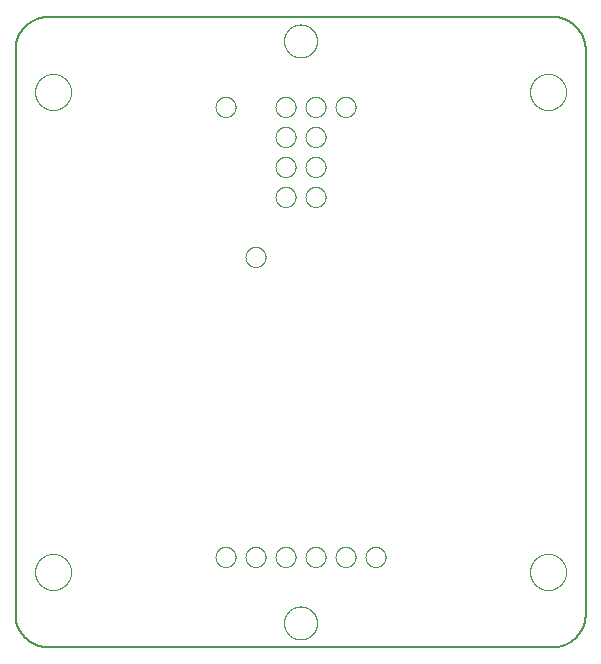
<source format=gko>
G75*
%MOIN*%
%OFA0B0*%
%FSLAX25Y25*%
%IPPOS*%
%LPD*%
%AMOC8*
5,1,8,0,0,1.08239X$1,22.5*
%
%ADD10C,0.00800*%
%ADD11C,0.00000*%
D10*
X0026408Y0100000D02*
X0196408Y0100000D01*
X0196676Y0100027D01*
X0196943Y0100060D01*
X0197210Y0100100D01*
X0197475Y0100146D01*
X0197740Y0100199D01*
X0198002Y0100258D01*
X0198264Y0100324D01*
X0198523Y0100396D01*
X0198781Y0100475D01*
X0199037Y0100560D01*
X0199291Y0100651D01*
X0199542Y0100748D01*
X0199791Y0100851D01*
X0200037Y0100960D01*
X0200281Y0101076D01*
X0200521Y0101197D01*
X0200759Y0101324D01*
X0200993Y0101457D01*
X0201224Y0101596D01*
X0201452Y0101740D01*
X0201676Y0101890D01*
X0201896Y0102045D01*
X0202113Y0102206D01*
X0202325Y0102372D01*
X0202533Y0102543D01*
X0202737Y0102719D01*
X0202937Y0102900D01*
X0203132Y0103085D01*
X0203323Y0103276D01*
X0203508Y0103471D01*
X0203689Y0103671D01*
X0203865Y0103875D01*
X0204036Y0104083D01*
X0204202Y0104295D01*
X0204363Y0104512D01*
X0204518Y0104732D01*
X0204668Y0104956D01*
X0204812Y0105184D01*
X0204951Y0105415D01*
X0205084Y0105649D01*
X0205211Y0105887D01*
X0205332Y0106127D01*
X0205448Y0106371D01*
X0205557Y0106617D01*
X0205660Y0106866D01*
X0205757Y0107117D01*
X0205848Y0107371D01*
X0205933Y0107627D01*
X0206012Y0107885D01*
X0206084Y0108144D01*
X0206150Y0108406D01*
X0206209Y0108668D01*
X0206262Y0108933D01*
X0206308Y0109198D01*
X0206348Y0109465D01*
X0206381Y0109732D01*
X0206408Y0110000D01*
X0206408Y0300000D01*
X0206381Y0300268D01*
X0206348Y0300535D01*
X0206308Y0300802D01*
X0206262Y0301067D01*
X0206209Y0301332D01*
X0206150Y0301594D01*
X0206084Y0301856D01*
X0206012Y0302115D01*
X0205933Y0302373D01*
X0205848Y0302629D01*
X0205757Y0302883D01*
X0205660Y0303134D01*
X0205557Y0303383D01*
X0205448Y0303629D01*
X0205332Y0303873D01*
X0205211Y0304113D01*
X0205084Y0304351D01*
X0204951Y0304585D01*
X0204812Y0304816D01*
X0204668Y0305044D01*
X0204518Y0305268D01*
X0204363Y0305488D01*
X0204202Y0305705D01*
X0204036Y0305917D01*
X0203865Y0306125D01*
X0203689Y0306329D01*
X0203508Y0306529D01*
X0203323Y0306724D01*
X0203132Y0306915D01*
X0202937Y0307100D01*
X0202737Y0307281D01*
X0202533Y0307457D01*
X0202325Y0307628D01*
X0202113Y0307794D01*
X0201896Y0307955D01*
X0201676Y0308110D01*
X0201452Y0308260D01*
X0201224Y0308404D01*
X0200993Y0308543D01*
X0200759Y0308676D01*
X0200521Y0308803D01*
X0200281Y0308924D01*
X0200037Y0309040D01*
X0199791Y0309149D01*
X0199542Y0309252D01*
X0199291Y0309349D01*
X0199037Y0309440D01*
X0198781Y0309525D01*
X0198523Y0309604D01*
X0198264Y0309676D01*
X0198002Y0309742D01*
X0197740Y0309801D01*
X0197475Y0309854D01*
X0197210Y0309900D01*
X0196943Y0309940D01*
X0196676Y0309973D01*
X0196408Y0310000D01*
X0026408Y0310000D01*
X0016408Y0300000D02*
X0016408Y0110000D01*
X0016407Y0110000D02*
X0016434Y0109732D01*
X0016467Y0109465D01*
X0016507Y0109198D01*
X0016553Y0108933D01*
X0016606Y0108668D01*
X0016665Y0108406D01*
X0016731Y0108144D01*
X0016803Y0107885D01*
X0016882Y0107627D01*
X0016967Y0107371D01*
X0017058Y0107117D01*
X0017155Y0106866D01*
X0017258Y0106617D01*
X0017367Y0106371D01*
X0017483Y0106127D01*
X0017604Y0105887D01*
X0017731Y0105649D01*
X0017864Y0105415D01*
X0018003Y0105184D01*
X0018147Y0104956D01*
X0018297Y0104732D01*
X0018452Y0104512D01*
X0018613Y0104295D01*
X0018779Y0104083D01*
X0018950Y0103875D01*
X0019126Y0103671D01*
X0019307Y0103471D01*
X0019492Y0103276D01*
X0019683Y0103085D01*
X0019878Y0102900D01*
X0020078Y0102719D01*
X0020282Y0102543D01*
X0020490Y0102372D01*
X0020702Y0102206D01*
X0020919Y0102045D01*
X0021139Y0101890D01*
X0021363Y0101740D01*
X0021591Y0101596D01*
X0021822Y0101457D01*
X0022056Y0101324D01*
X0022294Y0101197D01*
X0022534Y0101076D01*
X0022778Y0100960D01*
X0023024Y0100851D01*
X0023273Y0100748D01*
X0023524Y0100651D01*
X0023778Y0100560D01*
X0024034Y0100475D01*
X0024292Y0100396D01*
X0024551Y0100324D01*
X0024813Y0100258D01*
X0025075Y0100199D01*
X0025340Y0100146D01*
X0025605Y0100100D01*
X0025872Y0100060D01*
X0026139Y0100027D01*
X0026407Y0100000D01*
X0016407Y0300000D02*
X0016434Y0300268D01*
X0016467Y0300535D01*
X0016507Y0300802D01*
X0016553Y0301067D01*
X0016606Y0301332D01*
X0016665Y0301594D01*
X0016731Y0301856D01*
X0016803Y0302115D01*
X0016882Y0302373D01*
X0016967Y0302629D01*
X0017058Y0302883D01*
X0017155Y0303134D01*
X0017258Y0303383D01*
X0017367Y0303629D01*
X0017483Y0303873D01*
X0017604Y0304113D01*
X0017731Y0304351D01*
X0017864Y0304585D01*
X0018003Y0304816D01*
X0018147Y0305044D01*
X0018297Y0305268D01*
X0018452Y0305488D01*
X0018613Y0305705D01*
X0018779Y0305917D01*
X0018950Y0306125D01*
X0019126Y0306329D01*
X0019307Y0306529D01*
X0019492Y0306724D01*
X0019683Y0306915D01*
X0019878Y0307100D01*
X0020078Y0307281D01*
X0020282Y0307457D01*
X0020490Y0307628D01*
X0020702Y0307794D01*
X0020919Y0307955D01*
X0021139Y0308110D01*
X0021363Y0308260D01*
X0021591Y0308404D01*
X0021822Y0308543D01*
X0022056Y0308676D01*
X0022294Y0308803D01*
X0022534Y0308924D01*
X0022778Y0309040D01*
X0023024Y0309149D01*
X0023273Y0309252D01*
X0023524Y0309349D01*
X0023778Y0309440D01*
X0024034Y0309525D01*
X0024292Y0309604D01*
X0024551Y0309676D01*
X0024813Y0309742D01*
X0025075Y0309801D01*
X0025340Y0309854D01*
X0025605Y0309900D01*
X0025872Y0309940D01*
X0026139Y0309973D01*
X0026407Y0310000D01*
D11*
X0022908Y0285000D02*
X0022910Y0285154D01*
X0022916Y0285309D01*
X0022926Y0285463D01*
X0022940Y0285617D01*
X0022958Y0285770D01*
X0022979Y0285923D01*
X0023005Y0286076D01*
X0023035Y0286227D01*
X0023068Y0286378D01*
X0023106Y0286528D01*
X0023147Y0286677D01*
X0023192Y0286825D01*
X0023241Y0286971D01*
X0023294Y0287117D01*
X0023350Y0287260D01*
X0023410Y0287403D01*
X0023474Y0287543D01*
X0023541Y0287683D01*
X0023612Y0287820D01*
X0023686Y0287955D01*
X0023764Y0288089D01*
X0023845Y0288220D01*
X0023930Y0288349D01*
X0024018Y0288477D01*
X0024109Y0288601D01*
X0024203Y0288724D01*
X0024301Y0288844D01*
X0024401Y0288961D01*
X0024505Y0289076D01*
X0024611Y0289188D01*
X0024720Y0289297D01*
X0024832Y0289403D01*
X0024947Y0289507D01*
X0025064Y0289607D01*
X0025184Y0289705D01*
X0025307Y0289799D01*
X0025431Y0289890D01*
X0025559Y0289978D01*
X0025688Y0290063D01*
X0025819Y0290144D01*
X0025953Y0290222D01*
X0026088Y0290296D01*
X0026225Y0290367D01*
X0026365Y0290434D01*
X0026505Y0290498D01*
X0026648Y0290558D01*
X0026791Y0290614D01*
X0026937Y0290667D01*
X0027083Y0290716D01*
X0027231Y0290761D01*
X0027380Y0290802D01*
X0027530Y0290840D01*
X0027681Y0290873D01*
X0027832Y0290903D01*
X0027985Y0290929D01*
X0028138Y0290950D01*
X0028291Y0290968D01*
X0028445Y0290982D01*
X0028599Y0290992D01*
X0028754Y0290998D01*
X0028908Y0291000D01*
X0029062Y0290998D01*
X0029217Y0290992D01*
X0029371Y0290982D01*
X0029525Y0290968D01*
X0029678Y0290950D01*
X0029831Y0290929D01*
X0029984Y0290903D01*
X0030135Y0290873D01*
X0030286Y0290840D01*
X0030436Y0290802D01*
X0030585Y0290761D01*
X0030733Y0290716D01*
X0030879Y0290667D01*
X0031025Y0290614D01*
X0031168Y0290558D01*
X0031311Y0290498D01*
X0031451Y0290434D01*
X0031591Y0290367D01*
X0031728Y0290296D01*
X0031863Y0290222D01*
X0031997Y0290144D01*
X0032128Y0290063D01*
X0032257Y0289978D01*
X0032385Y0289890D01*
X0032509Y0289799D01*
X0032632Y0289705D01*
X0032752Y0289607D01*
X0032869Y0289507D01*
X0032984Y0289403D01*
X0033096Y0289297D01*
X0033205Y0289188D01*
X0033311Y0289076D01*
X0033415Y0288961D01*
X0033515Y0288844D01*
X0033613Y0288724D01*
X0033707Y0288601D01*
X0033798Y0288477D01*
X0033886Y0288349D01*
X0033971Y0288220D01*
X0034052Y0288089D01*
X0034130Y0287955D01*
X0034204Y0287820D01*
X0034275Y0287683D01*
X0034342Y0287543D01*
X0034406Y0287403D01*
X0034466Y0287260D01*
X0034522Y0287117D01*
X0034575Y0286971D01*
X0034624Y0286825D01*
X0034669Y0286677D01*
X0034710Y0286528D01*
X0034748Y0286378D01*
X0034781Y0286227D01*
X0034811Y0286076D01*
X0034837Y0285923D01*
X0034858Y0285770D01*
X0034876Y0285617D01*
X0034890Y0285463D01*
X0034900Y0285309D01*
X0034906Y0285154D01*
X0034908Y0285000D01*
X0034906Y0284846D01*
X0034900Y0284691D01*
X0034890Y0284537D01*
X0034876Y0284383D01*
X0034858Y0284230D01*
X0034837Y0284077D01*
X0034811Y0283924D01*
X0034781Y0283773D01*
X0034748Y0283622D01*
X0034710Y0283472D01*
X0034669Y0283323D01*
X0034624Y0283175D01*
X0034575Y0283029D01*
X0034522Y0282883D01*
X0034466Y0282740D01*
X0034406Y0282597D01*
X0034342Y0282457D01*
X0034275Y0282317D01*
X0034204Y0282180D01*
X0034130Y0282045D01*
X0034052Y0281911D01*
X0033971Y0281780D01*
X0033886Y0281651D01*
X0033798Y0281523D01*
X0033707Y0281399D01*
X0033613Y0281276D01*
X0033515Y0281156D01*
X0033415Y0281039D01*
X0033311Y0280924D01*
X0033205Y0280812D01*
X0033096Y0280703D01*
X0032984Y0280597D01*
X0032869Y0280493D01*
X0032752Y0280393D01*
X0032632Y0280295D01*
X0032509Y0280201D01*
X0032385Y0280110D01*
X0032257Y0280022D01*
X0032128Y0279937D01*
X0031997Y0279856D01*
X0031863Y0279778D01*
X0031728Y0279704D01*
X0031591Y0279633D01*
X0031451Y0279566D01*
X0031311Y0279502D01*
X0031168Y0279442D01*
X0031025Y0279386D01*
X0030879Y0279333D01*
X0030733Y0279284D01*
X0030585Y0279239D01*
X0030436Y0279198D01*
X0030286Y0279160D01*
X0030135Y0279127D01*
X0029984Y0279097D01*
X0029831Y0279071D01*
X0029678Y0279050D01*
X0029525Y0279032D01*
X0029371Y0279018D01*
X0029217Y0279008D01*
X0029062Y0279002D01*
X0028908Y0279000D01*
X0028754Y0279002D01*
X0028599Y0279008D01*
X0028445Y0279018D01*
X0028291Y0279032D01*
X0028138Y0279050D01*
X0027985Y0279071D01*
X0027832Y0279097D01*
X0027681Y0279127D01*
X0027530Y0279160D01*
X0027380Y0279198D01*
X0027231Y0279239D01*
X0027083Y0279284D01*
X0026937Y0279333D01*
X0026791Y0279386D01*
X0026648Y0279442D01*
X0026505Y0279502D01*
X0026365Y0279566D01*
X0026225Y0279633D01*
X0026088Y0279704D01*
X0025953Y0279778D01*
X0025819Y0279856D01*
X0025688Y0279937D01*
X0025559Y0280022D01*
X0025431Y0280110D01*
X0025307Y0280201D01*
X0025184Y0280295D01*
X0025064Y0280393D01*
X0024947Y0280493D01*
X0024832Y0280597D01*
X0024720Y0280703D01*
X0024611Y0280812D01*
X0024505Y0280924D01*
X0024401Y0281039D01*
X0024301Y0281156D01*
X0024203Y0281276D01*
X0024109Y0281399D01*
X0024018Y0281523D01*
X0023930Y0281651D01*
X0023845Y0281780D01*
X0023764Y0281911D01*
X0023686Y0282045D01*
X0023612Y0282180D01*
X0023541Y0282317D01*
X0023474Y0282457D01*
X0023410Y0282597D01*
X0023350Y0282740D01*
X0023294Y0282883D01*
X0023241Y0283029D01*
X0023192Y0283175D01*
X0023147Y0283323D01*
X0023106Y0283472D01*
X0023068Y0283622D01*
X0023035Y0283773D01*
X0023005Y0283924D01*
X0022979Y0284077D01*
X0022958Y0284230D01*
X0022940Y0284383D01*
X0022926Y0284537D01*
X0022916Y0284691D01*
X0022910Y0284846D01*
X0022908Y0285000D01*
X0083062Y0280000D02*
X0083064Y0280115D01*
X0083070Y0280231D01*
X0083080Y0280346D01*
X0083094Y0280461D01*
X0083112Y0280575D01*
X0083134Y0280688D01*
X0083159Y0280801D01*
X0083189Y0280912D01*
X0083222Y0281023D01*
X0083259Y0281132D01*
X0083300Y0281240D01*
X0083345Y0281347D01*
X0083393Y0281452D01*
X0083445Y0281555D01*
X0083501Y0281656D01*
X0083560Y0281756D01*
X0083622Y0281853D01*
X0083688Y0281948D01*
X0083756Y0282041D01*
X0083828Y0282131D01*
X0083903Y0282219D01*
X0083982Y0282304D01*
X0084063Y0282386D01*
X0084146Y0282466D01*
X0084233Y0282542D01*
X0084322Y0282616D01*
X0084413Y0282686D01*
X0084507Y0282754D01*
X0084603Y0282818D01*
X0084702Y0282878D01*
X0084802Y0282935D01*
X0084904Y0282989D01*
X0085008Y0283039D01*
X0085114Y0283086D01*
X0085221Y0283129D01*
X0085330Y0283168D01*
X0085440Y0283203D01*
X0085551Y0283234D01*
X0085663Y0283262D01*
X0085776Y0283286D01*
X0085890Y0283306D01*
X0086005Y0283322D01*
X0086120Y0283334D01*
X0086235Y0283342D01*
X0086350Y0283346D01*
X0086466Y0283346D01*
X0086581Y0283342D01*
X0086696Y0283334D01*
X0086811Y0283322D01*
X0086926Y0283306D01*
X0087040Y0283286D01*
X0087153Y0283262D01*
X0087265Y0283234D01*
X0087376Y0283203D01*
X0087486Y0283168D01*
X0087595Y0283129D01*
X0087702Y0283086D01*
X0087808Y0283039D01*
X0087912Y0282989D01*
X0088014Y0282935D01*
X0088114Y0282878D01*
X0088213Y0282818D01*
X0088309Y0282754D01*
X0088403Y0282686D01*
X0088494Y0282616D01*
X0088583Y0282542D01*
X0088670Y0282466D01*
X0088753Y0282386D01*
X0088834Y0282304D01*
X0088913Y0282219D01*
X0088988Y0282131D01*
X0089060Y0282041D01*
X0089128Y0281948D01*
X0089194Y0281853D01*
X0089256Y0281756D01*
X0089315Y0281656D01*
X0089371Y0281555D01*
X0089423Y0281452D01*
X0089471Y0281347D01*
X0089516Y0281240D01*
X0089557Y0281132D01*
X0089594Y0281023D01*
X0089627Y0280912D01*
X0089657Y0280801D01*
X0089682Y0280688D01*
X0089704Y0280575D01*
X0089722Y0280461D01*
X0089736Y0280346D01*
X0089746Y0280231D01*
X0089752Y0280115D01*
X0089754Y0280000D01*
X0089752Y0279885D01*
X0089746Y0279769D01*
X0089736Y0279654D01*
X0089722Y0279539D01*
X0089704Y0279425D01*
X0089682Y0279312D01*
X0089657Y0279199D01*
X0089627Y0279088D01*
X0089594Y0278977D01*
X0089557Y0278868D01*
X0089516Y0278760D01*
X0089471Y0278653D01*
X0089423Y0278548D01*
X0089371Y0278445D01*
X0089315Y0278344D01*
X0089256Y0278244D01*
X0089194Y0278147D01*
X0089128Y0278052D01*
X0089060Y0277959D01*
X0088988Y0277869D01*
X0088913Y0277781D01*
X0088834Y0277696D01*
X0088753Y0277614D01*
X0088670Y0277534D01*
X0088583Y0277458D01*
X0088494Y0277384D01*
X0088403Y0277314D01*
X0088309Y0277246D01*
X0088213Y0277182D01*
X0088114Y0277122D01*
X0088014Y0277065D01*
X0087912Y0277011D01*
X0087808Y0276961D01*
X0087702Y0276914D01*
X0087595Y0276871D01*
X0087486Y0276832D01*
X0087376Y0276797D01*
X0087265Y0276766D01*
X0087153Y0276738D01*
X0087040Y0276714D01*
X0086926Y0276694D01*
X0086811Y0276678D01*
X0086696Y0276666D01*
X0086581Y0276658D01*
X0086466Y0276654D01*
X0086350Y0276654D01*
X0086235Y0276658D01*
X0086120Y0276666D01*
X0086005Y0276678D01*
X0085890Y0276694D01*
X0085776Y0276714D01*
X0085663Y0276738D01*
X0085551Y0276766D01*
X0085440Y0276797D01*
X0085330Y0276832D01*
X0085221Y0276871D01*
X0085114Y0276914D01*
X0085008Y0276961D01*
X0084904Y0277011D01*
X0084802Y0277065D01*
X0084702Y0277122D01*
X0084603Y0277182D01*
X0084507Y0277246D01*
X0084413Y0277314D01*
X0084322Y0277384D01*
X0084233Y0277458D01*
X0084146Y0277534D01*
X0084063Y0277614D01*
X0083982Y0277696D01*
X0083903Y0277781D01*
X0083828Y0277869D01*
X0083756Y0277959D01*
X0083688Y0278052D01*
X0083622Y0278147D01*
X0083560Y0278244D01*
X0083501Y0278344D01*
X0083445Y0278445D01*
X0083393Y0278548D01*
X0083345Y0278653D01*
X0083300Y0278760D01*
X0083259Y0278868D01*
X0083222Y0278977D01*
X0083189Y0279088D01*
X0083159Y0279199D01*
X0083134Y0279312D01*
X0083112Y0279425D01*
X0083094Y0279539D01*
X0083080Y0279654D01*
X0083070Y0279769D01*
X0083064Y0279885D01*
X0083062Y0280000D01*
X0103062Y0280000D02*
X0103064Y0280115D01*
X0103070Y0280231D01*
X0103080Y0280346D01*
X0103094Y0280461D01*
X0103112Y0280575D01*
X0103134Y0280688D01*
X0103159Y0280801D01*
X0103189Y0280912D01*
X0103222Y0281023D01*
X0103259Y0281132D01*
X0103300Y0281240D01*
X0103345Y0281347D01*
X0103393Y0281452D01*
X0103445Y0281555D01*
X0103501Y0281656D01*
X0103560Y0281756D01*
X0103622Y0281853D01*
X0103688Y0281948D01*
X0103756Y0282041D01*
X0103828Y0282131D01*
X0103903Y0282219D01*
X0103982Y0282304D01*
X0104063Y0282386D01*
X0104146Y0282466D01*
X0104233Y0282542D01*
X0104322Y0282616D01*
X0104413Y0282686D01*
X0104507Y0282754D01*
X0104603Y0282818D01*
X0104702Y0282878D01*
X0104802Y0282935D01*
X0104904Y0282989D01*
X0105008Y0283039D01*
X0105114Y0283086D01*
X0105221Y0283129D01*
X0105330Y0283168D01*
X0105440Y0283203D01*
X0105551Y0283234D01*
X0105663Y0283262D01*
X0105776Y0283286D01*
X0105890Y0283306D01*
X0106005Y0283322D01*
X0106120Y0283334D01*
X0106235Y0283342D01*
X0106350Y0283346D01*
X0106466Y0283346D01*
X0106581Y0283342D01*
X0106696Y0283334D01*
X0106811Y0283322D01*
X0106926Y0283306D01*
X0107040Y0283286D01*
X0107153Y0283262D01*
X0107265Y0283234D01*
X0107376Y0283203D01*
X0107486Y0283168D01*
X0107595Y0283129D01*
X0107702Y0283086D01*
X0107808Y0283039D01*
X0107912Y0282989D01*
X0108014Y0282935D01*
X0108114Y0282878D01*
X0108213Y0282818D01*
X0108309Y0282754D01*
X0108403Y0282686D01*
X0108494Y0282616D01*
X0108583Y0282542D01*
X0108670Y0282466D01*
X0108753Y0282386D01*
X0108834Y0282304D01*
X0108913Y0282219D01*
X0108988Y0282131D01*
X0109060Y0282041D01*
X0109128Y0281948D01*
X0109194Y0281853D01*
X0109256Y0281756D01*
X0109315Y0281656D01*
X0109371Y0281555D01*
X0109423Y0281452D01*
X0109471Y0281347D01*
X0109516Y0281240D01*
X0109557Y0281132D01*
X0109594Y0281023D01*
X0109627Y0280912D01*
X0109657Y0280801D01*
X0109682Y0280688D01*
X0109704Y0280575D01*
X0109722Y0280461D01*
X0109736Y0280346D01*
X0109746Y0280231D01*
X0109752Y0280115D01*
X0109754Y0280000D01*
X0109752Y0279885D01*
X0109746Y0279769D01*
X0109736Y0279654D01*
X0109722Y0279539D01*
X0109704Y0279425D01*
X0109682Y0279312D01*
X0109657Y0279199D01*
X0109627Y0279088D01*
X0109594Y0278977D01*
X0109557Y0278868D01*
X0109516Y0278760D01*
X0109471Y0278653D01*
X0109423Y0278548D01*
X0109371Y0278445D01*
X0109315Y0278344D01*
X0109256Y0278244D01*
X0109194Y0278147D01*
X0109128Y0278052D01*
X0109060Y0277959D01*
X0108988Y0277869D01*
X0108913Y0277781D01*
X0108834Y0277696D01*
X0108753Y0277614D01*
X0108670Y0277534D01*
X0108583Y0277458D01*
X0108494Y0277384D01*
X0108403Y0277314D01*
X0108309Y0277246D01*
X0108213Y0277182D01*
X0108114Y0277122D01*
X0108014Y0277065D01*
X0107912Y0277011D01*
X0107808Y0276961D01*
X0107702Y0276914D01*
X0107595Y0276871D01*
X0107486Y0276832D01*
X0107376Y0276797D01*
X0107265Y0276766D01*
X0107153Y0276738D01*
X0107040Y0276714D01*
X0106926Y0276694D01*
X0106811Y0276678D01*
X0106696Y0276666D01*
X0106581Y0276658D01*
X0106466Y0276654D01*
X0106350Y0276654D01*
X0106235Y0276658D01*
X0106120Y0276666D01*
X0106005Y0276678D01*
X0105890Y0276694D01*
X0105776Y0276714D01*
X0105663Y0276738D01*
X0105551Y0276766D01*
X0105440Y0276797D01*
X0105330Y0276832D01*
X0105221Y0276871D01*
X0105114Y0276914D01*
X0105008Y0276961D01*
X0104904Y0277011D01*
X0104802Y0277065D01*
X0104702Y0277122D01*
X0104603Y0277182D01*
X0104507Y0277246D01*
X0104413Y0277314D01*
X0104322Y0277384D01*
X0104233Y0277458D01*
X0104146Y0277534D01*
X0104063Y0277614D01*
X0103982Y0277696D01*
X0103903Y0277781D01*
X0103828Y0277869D01*
X0103756Y0277959D01*
X0103688Y0278052D01*
X0103622Y0278147D01*
X0103560Y0278244D01*
X0103501Y0278344D01*
X0103445Y0278445D01*
X0103393Y0278548D01*
X0103345Y0278653D01*
X0103300Y0278760D01*
X0103259Y0278868D01*
X0103222Y0278977D01*
X0103189Y0279088D01*
X0103159Y0279199D01*
X0103134Y0279312D01*
X0103112Y0279425D01*
X0103094Y0279539D01*
X0103080Y0279654D01*
X0103070Y0279769D01*
X0103064Y0279885D01*
X0103062Y0280000D01*
X0103062Y0270000D02*
X0103064Y0270115D01*
X0103070Y0270231D01*
X0103080Y0270346D01*
X0103094Y0270461D01*
X0103112Y0270575D01*
X0103134Y0270688D01*
X0103159Y0270801D01*
X0103189Y0270912D01*
X0103222Y0271023D01*
X0103259Y0271132D01*
X0103300Y0271240D01*
X0103345Y0271347D01*
X0103393Y0271452D01*
X0103445Y0271555D01*
X0103501Y0271656D01*
X0103560Y0271756D01*
X0103622Y0271853D01*
X0103688Y0271948D01*
X0103756Y0272041D01*
X0103828Y0272131D01*
X0103903Y0272219D01*
X0103982Y0272304D01*
X0104063Y0272386D01*
X0104146Y0272466D01*
X0104233Y0272542D01*
X0104322Y0272616D01*
X0104413Y0272686D01*
X0104507Y0272754D01*
X0104603Y0272818D01*
X0104702Y0272878D01*
X0104802Y0272935D01*
X0104904Y0272989D01*
X0105008Y0273039D01*
X0105114Y0273086D01*
X0105221Y0273129D01*
X0105330Y0273168D01*
X0105440Y0273203D01*
X0105551Y0273234D01*
X0105663Y0273262D01*
X0105776Y0273286D01*
X0105890Y0273306D01*
X0106005Y0273322D01*
X0106120Y0273334D01*
X0106235Y0273342D01*
X0106350Y0273346D01*
X0106466Y0273346D01*
X0106581Y0273342D01*
X0106696Y0273334D01*
X0106811Y0273322D01*
X0106926Y0273306D01*
X0107040Y0273286D01*
X0107153Y0273262D01*
X0107265Y0273234D01*
X0107376Y0273203D01*
X0107486Y0273168D01*
X0107595Y0273129D01*
X0107702Y0273086D01*
X0107808Y0273039D01*
X0107912Y0272989D01*
X0108014Y0272935D01*
X0108114Y0272878D01*
X0108213Y0272818D01*
X0108309Y0272754D01*
X0108403Y0272686D01*
X0108494Y0272616D01*
X0108583Y0272542D01*
X0108670Y0272466D01*
X0108753Y0272386D01*
X0108834Y0272304D01*
X0108913Y0272219D01*
X0108988Y0272131D01*
X0109060Y0272041D01*
X0109128Y0271948D01*
X0109194Y0271853D01*
X0109256Y0271756D01*
X0109315Y0271656D01*
X0109371Y0271555D01*
X0109423Y0271452D01*
X0109471Y0271347D01*
X0109516Y0271240D01*
X0109557Y0271132D01*
X0109594Y0271023D01*
X0109627Y0270912D01*
X0109657Y0270801D01*
X0109682Y0270688D01*
X0109704Y0270575D01*
X0109722Y0270461D01*
X0109736Y0270346D01*
X0109746Y0270231D01*
X0109752Y0270115D01*
X0109754Y0270000D01*
X0109752Y0269885D01*
X0109746Y0269769D01*
X0109736Y0269654D01*
X0109722Y0269539D01*
X0109704Y0269425D01*
X0109682Y0269312D01*
X0109657Y0269199D01*
X0109627Y0269088D01*
X0109594Y0268977D01*
X0109557Y0268868D01*
X0109516Y0268760D01*
X0109471Y0268653D01*
X0109423Y0268548D01*
X0109371Y0268445D01*
X0109315Y0268344D01*
X0109256Y0268244D01*
X0109194Y0268147D01*
X0109128Y0268052D01*
X0109060Y0267959D01*
X0108988Y0267869D01*
X0108913Y0267781D01*
X0108834Y0267696D01*
X0108753Y0267614D01*
X0108670Y0267534D01*
X0108583Y0267458D01*
X0108494Y0267384D01*
X0108403Y0267314D01*
X0108309Y0267246D01*
X0108213Y0267182D01*
X0108114Y0267122D01*
X0108014Y0267065D01*
X0107912Y0267011D01*
X0107808Y0266961D01*
X0107702Y0266914D01*
X0107595Y0266871D01*
X0107486Y0266832D01*
X0107376Y0266797D01*
X0107265Y0266766D01*
X0107153Y0266738D01*
X0107040Y0266714D01*
X0106926Y0266694D01*
X0106811Y0266678D01*
X0106696Y0266666D01*
X0106581Y0266658D01*
X0106466Y0266654D01*
X0106350Y0266654D01*
X0106235Y0266658D01*
X0106120Y0266666D01*
X0106005Y0266678D01*
X0105890Y0266694D01*
X0105776Y0266714D01*
X0105663Y0266738D01*
X0105551Y0266766D01*
X0105440Y0266797D01*
X0105330Y0266832D01*
X0105221Y0266871D01*
X0105114Y0266914D01*
X0105008Y0266961D01*
X0104904Y0267011D01*
X0104802Y0267065D01*
X0104702Y0267122D01*
X0104603Y0267182D01*
X0104507Y0267246D01*
X0104413Y0267314D01*
X0104322Y0267384D01*
X0104233Y0267458D01*
X0104146Y0267534D01*
X0104063Y0267614D01*
X0103982Y0267696D01*
X0103903Y0267781D01*
X0103828Y0267869D01*
X0103756Y0267959D01*
X0103688Y0268052D01*
X0103622Y0268147D01*
X0103560Y0268244D01*
X0103501Y0268344D01*
X0103445Y0268445D01*
X0103393Y0268548D01*
X0103345Y0268653D01*
X0103300Y0268760D01*
X0103259Y0268868D01*
X0103222Y0268977D01*
X0103189Y0269088D01*
X0103159Y0269199D01*
X0103134Y0269312D01*
X0103112Y0269425D01*
X0103094Y0269539D01*
X0103080Y0269654D01*
X0103070Y0269769D01*
X0103064Y0269885D01*
X0103062Y0270000D01*
X0103062Y0260000D02*
X0103064Y0260115D01*
X0103070Y0260231D01*
X0103080Y0260346D01*
X0103094Y0260461D01*
X0103112Y0260575D01*
X0103134Y0260688D01*
X0103159Y0260801D01*
X0103189Y0260912D01*
X0103222Y0261023D01*
X0103259Y0261132D01*
X0103300Y0261240D01*
X0103345Y0261347D01*
X0103393Y0261452D01*
X0103445Y0261555D01*
X0103501Y0261656D01*
X0103560Y0261756D01*
X0103622Y0261853D01*
X0103688Y0261948D01*
X0103756Y0262041D01*
X0103828Y0262131D01*
X0103903Y0262219D01*
X0103982Y0262304D01*
X0104063Y0262386D01*
X0104146Y0262466D01*
X0104233Y0262542D01*
X0104322Y0262616D01*
X0104413Y0262686D01*
X0104507Y0262754D01*
X0104603Y0262818D01*
X0104702Y0262878D01*
X0104802Y0262935D01*
X0104904Y0262989D01*
X0105008Y0263039D01*
X0105114Y0263086D01*
X0105221Y0263129D01*
X0105330Y0263168D01*
X0105440Y0263203D01*
X0105551Y0263234D01*
X0105663Y0263262D01*
X0105776Y0263286D01*
X0105890Y0263306D01*
X0106005Y0263322D01*
X0106120Y0263334D01*
X0106235Y0263342D01*
X0106350Y0263346D01*
X0106466Y0263346D01*
X0106581Y0263342D01*
X0106696Y0263334D01*
X0106811Y0263322D01*
X0106926Y0263306D01*
X0107040Y0263286D01*
X0107153Y0263262D01*
X0107265Y0263234D01*
X0107376Y0263203D01*
X0107486Y0263168D01*
X0107595Y0263129D01*
X0107702Y0263086D01*
X0107808Y0263039D01*
X0107912Y0262989D01*
X0108014Y0262935D01*
X0108114Y0262878D01*
X0108213Y0262818D01*
X0108309Y0262754D01*
X0108403Y0262686D01*
X0108494Y0262616D01*
X0108583Y0262542D01*
X0108670Y0262466D01*
X0108753Y0262386D01*
X0108834Y0262304D01*
X0108913Y0262219D01*
X0108988Y0262131D01*
X0109060Y0262041D01*
X0109128Y0261948D01*
X0109194Y0261853D01*
X0109256Y0261756D01*
X0109315Y0261656D01*
X0109371Y0261555D01*
X0109423Y0261452D01*
X0109471Y0261347D01*
X0109516Y0261240D01*
X0109557Y0261132D01*
X0109594Y0261023D01*
X0109627Y0260912D01*
X0109657Y0260801D01*
X0109682Y0260688D01*
X0109704Y0260575D01*
X0109722Y0260461D01*
X0109736Y0260346D01*
X0109746Y0260231D01*
X0109752Y0260115D01*
X0109754Y0260000D01*
X0109752Y0259885D01*
X0109746Y0259769D01*
X0109736Y0259654D01*
X0109722Y0259539D01*
X0109704Y0259425D01*
X0109682Y0259312D01*
X0109657Y0259199D01*
X0109627Y0259088D01*
X0109594Y0258977D01*
X0109557Y0258868D01*
X0109516Y0258760D01*
X0109471Y0258653D01*
X0109423Y0258548D01*
X0109371Y0258445D01*
X0109315Y0258344D01*
X0109256Y0258244D01*
X0109194Y0258147D01*
X0109128Y0258052D01*
X0109060Y0257959D01*
X0108988Y0257869D01*
X0108913Y0257781D01*
X0108834Y0257696D01*
X0108753Y0257614D01*
X0108670Y0257534D01*
X0108583Y0257458D01*
X0108494Y0257384D01*
X0108403Y0257314D01*
X0108309Y0257246D01*
X0108213Y0257182D01*
X0108114Y0257122D01*
X0108014Y0257065D01*
X0107912Y0257011D01*
X0107808Y0256961D01*
X0107702Y0256914D01*
X0107595Y0256871D01*
X0107486Y0256832D01*
X0107376Y0256797D01*
X0107265Y0256766D01*
X0107153Y0256738D01*
X0107040Y0256714D01*
X0106926Y0256694D01*
X0106811Y0256678D01*
X0106696Y0256666D01*
X0106581Y0256658D01*
X0106466Y0256654D01*
X0106350Y0256654D01*
X0106235Y0256658D01*
X0106120Y0256666D01*
X0106005Y0256678D01*
X0105890Y0256694D01*
X0105776Y0256714D01*
X0105663Y0256738D01*
X0105551Y0256766D01*
X0105440Y0256797D01*
X0105330Y0256832D01*
X0105221Y0256871D01*
X0105114Y0256914D01*
X0105008Y0256961D01*
X0104904Y0257011D01*
X0104802Y0257065D01*
X0104702Y0257122D01*
X0104603Y0257182D01*
X0104507Y0257246D01*
X0104413Y0257314D01*
X0104322Y0257384D01*
X0104233Y0257458D01*
X0104146Y0257534D01*
X0104063Y0257614D01*
X0103982Y0257696D01*
X0103903Y0257781D01*
X0103828Y0257869D01*
X0103756Y0257959D01*
X0103688Y0258052D01*
X0103622Y0258147D01*
X0103560Y0258244D01*
X0103501Y0258344D01*
X0103445Y0258445D01*
X0103393Y0258548D01*
X0103345Y0258653D01*
X0103300Y0258760D01*
X0103259Y0258868D01*
X0103222Y0258977D01*
X0103189Y0259088D01*
X0103159Y0259199D01*
X0103134Y0259312D01*
X0103112Y0259425D01*
X0103094Y0259539D01*
X0103080Y0259654D01*
X0103070Y0259769D01*
X0103064Y0259885D01*
X0103062Y0260000D01*
X0103062Y0250000D02*
X0103064Y0250115D01*
X0103070Y0250231D01*
X0103080Y0250346D01*
X0103094Y0250461D01*
X0103112Y0250575D01*
X0103134Y0250688D01*
X0103159Y0250801D01*
X0103189Y0250912D01*
X0103222Y0251023D01*
X0103259Y0251132D01*
X0103300Y0251240D01*
X0103345Y0251347D01*
X0103393Y0251452D01*
X0103445Y0251555D01*
X0103501Y0251656D01*
X0103560Y0251756D01*
X0103622Y0251853D01*
X0103688Y0251948D01*
X0103756Y0252041D01*
X0103828Y0252131D01*
X0103903Y0252219D01*
X0103982Y0252304D01*
X0104063Y0252386D01*
X0104146Y0252466D01*
X0104233Y0252542D01*
X0104322Y0252616D01*
X0104413Y0252686D01*
X0104507Y0252754D01*
X0104603Y0252818D01*
X0104702Y0252878D01*
X0104802Y0252935D01*
X0104904Y0252989D01*
X0105008Y0253039D01*
X0105114Y0253086D01*
X0105221Y0253129D01*
X0105330Y0253168D01*
X0105440Y0253203D01*
X0105551Y0253234D01*
X0105663Y0253262D01*
X0105776Y0253286D01*
X0105890Y0253306D01*
X0106005Y0253322D01*
X0106120Y0253334D01*
X0106235Y0253342D01*
X0106350Y0253346D01*
X0106466Y0253346D01*
X0106581Y0253342D01*
X0106696Y0253334D01*
X0106811Y0253322D01*
X0106926Y0253306D01*
X0107040Y0253286D01*
X0107153Y0253262D01*
X0107265Y0253234D01*
X0107376Y0253203D01*
X0107486Y0253168D01*
X0107595Y0253129D01*
X0107702Y0253086D01*
X0107808Y0253039D01*
X0107912Y0252989D01*
X0108014Y0252935D01*
X0108114Y0252878D01*
X0108213Y0252818D01*
X0108309Y0252754D01*
X0108403Y0252686D01*
X0108494Y0252616D01*
X0108583Y0252542D01*
X0108670Y0252466D01*
X0108753Y0252386D01*
X0108834Y0252304D01*
X0108913Y0252219D01*
X0108988Y0252131D01*
X0109060Y0252041D01*
X0109128Y0251948D01*
X0109194Y0251853D01*
X0109256Y0251756D01*
X0109315Y0251656D01*
X0109371Y0251555D01*
X0109423Y0251452D01*
X0109471Y0251347D01*
X0109516Y0251240D01*
X0109557Y0251132D01*
X0109594Y0251023D01*
X0109627Y0250912D01*
X0109657Y0250801D01*
X0109682Y0250688D01*
X0109704Y0250575D01*
X0109722Y0250461D01*
X0109736Y0250346D01*
X0109746Y0250231D01*
X0109752Y0250115D01*
X0109754Y0250000D01*
X0109752Y0249885D01*
X0109746Y0249769D01*
X0109736Y0249654D01*
X0109722Y0249539D01*
X0109704Y0249425D01*
X0109682Y0249312D01*
X0109657Y0249199D01*
X0109627Y0249088D01*
X0109594Y0248977D01*
X0109557Y0248868D01*
X0109516Y0248760D01*
X0109471Y0248653D01*
X0109423Y0248548D01*
X0109371Y0248445D01*
X0109315Y0248344D01*
X0109256Y0248244D01*
X0109194Y0248147D01*
X0109128Y0248052D01*
X0109060Y0247959D01*
X0108988Y0247869D01*
X0108913Y0247781D01*
X0108834Y0247696D01*
X0108753Y0247614D01*
X0108670Y0247534D01*
X0108583Y0247458D01*
X0108494Y0247384D01*
X0108403Y0247314D01*
X0108309Y0247246D01*
X0108213Y0247182D01*
X0108114Y0247122D01*
X0108014Y0247065D01*
X0107912Y0247011D01*
X0107808Y0246961D01*
X0107702Y0246914D01*
X0107595Y0246871D01*
X0107486Y0246832D01*
X0107376Y0246797D01*
X0107265Y0246766D01*
X0107153Y0246738D01*
X0107040Y0246714D01*
X0106926Y0246694D01*
X0106811Y0246678D01*
X0106696Y0246666D01*
X0106581Y0246658D01*
X0106466Y0246654D01*
X0106350Y0246654D01*
X0106235Y0246658D01*
X0106120Y0246666D01*
X0106005Y0246678D01*
X0105890Y0246694D01*
X0105776Y0246714D01*
X0105663Y0246738D01*
X0105551Y0246766D01*
X0105440Y0246797D01*
X0105330Y0246832D01*
X0105221Y0246871D01*
X0105114Y0246914D01*
X0105008Y0246961D01*
X0104904Y0247011D01*
X0104802Y0247065D01*
X0104702Y0247122D01*
X0104603Y0247182D01*
X0104507Y0247246D01*
X0104413Y0247314D01*
X0104322Y0247384D01*
X0104233Y0247458D01*
X0104146Y0247534D01*
X0104063Y0247614D01*
X0103982Y0247696D01*
X0103903Y0247781D01*
X0103828Y0247869D01*
X0103756Y0247959D01*
X0103688Y0248052D01*
X0103622Y0248147D01*
X0103560Y0248244D01*
X0103501Y0248344D01*
X0103445Y0248445D01*
X0103393Y0248548D01*
X0103345Y0248653D01*
X0103300Y0248760D01*
X0103259Y0248868D01*
X0103222Y0248977D01*
X0103189Y0249088D01*
X0103159Y0249199D01*
X0103134Y0249312D01*
X0103112Y0249425D01*
X0103094Y0249539D01*
X0103080Y0249654D01*
X0103070Y0249769D01*
X0103064Y0249885D01*
X0103062Y0250000D01*
X0113062Y0250000D02*
X0113064Y0250115D01*
X0113070Y0250231D01*
X0113080Y0250346D01*
X0113094Y0250461D01*
X0113112Y0250575D01*
X0113134Y0250688D01*
X0113159Y0250801D01*
X0113189Y0250912D01*
X0113222Y0251023D01*
X0113259Y0251132D01*
X0113300Y0251240D01*
X0113345Y0251347D01*
X0113393Y0251452D01*
X0113445Y0251555D01*
X0113501Y0251656D01*
X0113560Y0251756D01*
X0113622Y0251853D01*
X0113688Y0251948D01*
X0113756Y0252041D01*
X0113828Y0252131D01*
X0113903Y0252219D01*
X0113982Y0252304D01*
X0114063Y0252386D01*
X0114146Y0252466D01*
X0114233Y0252542D01*
X0114322Y0252616D01*
X0114413Y0252686D01*
X0114507Y0252754D01*
X0114603Y0252818D01*
X0114702Y0252878D01*
X0114802Y0252935D01*
X0114904Y0252989D01*
X0115008Y0253039D01*
X0115114Y0253086D01*
X0115221Y0253129D01*
X0115330Y0253168D01*
X0115440Y0253203D01*
X0115551Y0253234D01*
X0115663Y0253262D01*
X0115776Y0253286D01*
X0115890Y0253306D01*
X0116005Y0253322D01*
X0116120Y0253334D01*
X0116235Y0253342D01*
X0116350Y0253346D01*
X0116466Y0253346D01*
X0116581Y0253342D01*
X0116696Y0253334D01*
X0116811Y0253322D01*
X0116926Y0253306D01*
X0117040Y0253286D01*
X0117153Y0253262D01*
X0117265Y0253234D01*
X0117376Y0253203D01*
X0117486Y0253168D01*
X0117595Y0253129D01*
X0117702Y0253086D01*
X0117808Y0253039D01*
X0117912Y0252989D01*
X0118014Y0252935D01*
X0118114Y0252878D01*
X0118213Y0252818D01*
X0118309Y0252754D01*
X0118403Y0252686D01*
X0118494Y0252616D01*
X0118583Y0252542D01*
X0118670Y0252466D01*
X0118753Y0252386D01*
X0118834Y0252304D01*
X0118913Y0252219D01*
X0118988Y0252131D01*
X0119060Y0252041D01*
X0119128Y0251948D01*
X0119194Y0251853D01*
X0119256Y0251756D01*
X0119315Y0251656D01*
X0119371Y0251555D01*
X0119423Y0251452D01*
X0119471Y0251347D01*
X0119516Y0251240D01*
X0119557Y0251132D01*
X0119594Y0251023D01*
X0119627Y0250912D01*
X0119657Y0250801D01*
X0119682Y0250688D01*
X0119704Y0250575D01*
X0119722Y0250461D01*
X0119736Y0250346D01*
X0119746Y0250231D01*
X0119752Y0250115D01*
X0119754Y0250000D01*
X0119752Y0249885D01*
X0119746Y0249769D01*
X0119736Y0249654D01*
X0119722Y0249539D01*
X0119704Y0249425D01*
X0119682Y0249312D01*
X0119657Y0249199D01*
X0119627Y0249088D01*
X0119594Y0248977D01*
X0119557Y0248868D01*
X0119516Y0248760D01*
X0119471Y0248653D01*
X0119423Y0248548D01*
X0119371Y0248445D01*
X0119315Y0248344D01*
X0119256Y0248244D01*
X0119194Y0248147D01*
X0119128Y0248052D01*
X0119060Y0247959D01*
X0118988Y0247869D01*
X0118913Y0247781D01*
X0118834Y0247696D01*
X0118753Y0247614D01*
X0118670Y0247534D01*
X0118583Y0247458D01*
X0118494Y0247384D01*
X0118403Y0247314D01*
X0118309Y0247246D01*
X0118213Y0247182D01*
X0118114Y0247122D01*
X0118014Y0247065D01*
X0117912Y0247011D01*
X0117808Y0246961D01*
X0117702Y0246914D01*
X0117595Y0246871D01*
X0117486Y0246832D01*
X0117376Y0246797D01*
X0117265Y0246766D01*
X0117153Y0246738D01*
X0117040Y0246714D01*
X0116926Y0246694D01*
X0116811Y0246678D01*
X0116696Y0246666D01*
X0116581Y0246658D01*
X0116466Y0246654D01*
X0116350Y0246654D01*
X0116235Y0246658D01*
X0116120Y0246666D01*
X0116005Y0246678D01*
X0115890Y0246694D01*
X0115776Y0246714D01*
X0115663Y0246738D01*
X0115551Y0246766D01*
X0115440Y0246797D01*
X0115330Y0246832D01*
X0115221Y0246871D01*
X0115114Y0246914D01*
X0115008Y0246961D01*
X0114904Y0247011D01*
X0114802Y0247065D01*
X0114702Y0247122D01*
X0114603Y0247182D01*
X0114507Y0247246D01*
X0114413Y0247314D01*
X0114322Y0247384D01*
X0114233Y0247458D01*
X0114146Y0247534D01*
X0114063Y0247614D01*
X0113982Y0247696D01*
X0113903Y0247781D01*
X0113828Y0247869D01*
X0113756Y0247959D01*
X0113688Y0248052D01*
X0113622Y0248147D01*
X0113560Y0248244D01*
X0113501Y0248344D01*
X0113445Y0248445D01*
X0113393Y0248548D01*
X0113345Y0248653D01*
X0113300Y0248760D01*
X0113259Y0248868D01*
X0113222Y0248977D01*
X0113189Y0249088D01*
X0113159Y0249199D01*
X0113134Y0249312D01*
X0113112Y0249425D01*
X0113094Y0249539D01*
X0113080Y0249654D01*
X0113070Y0249769D01*
X0113064Y0249885D01*
X0113062Y0250000D01*
X0113062Y0260000D02*
X0113064Y0260115D01*
X0113070Y0260231D01*
X0113080Y0260346D01*
X0113094Y0260461D01*
X0113112Y0260575D01*
X0113134Y0260688D01*
X0113159Y0260801D01*
X0113189Y0260912D01*
X0113222Y0261023D01*
X0113259Y0261132D01*
X0113300Y0261240D01*
X0113345Y0261347D01*
X0113393Y0261452D01*
X0113445Y0261555D01*
X0113501Y0261656D01*
X0113560Y0261756D01*
X0113622Y0261853D01*
X0113688Y0261948D01*
X0113756Y0262041D01*
X0113828Y0262131D01*
X0113903Y0262219D01*
X0113982Y0262304D01*
X0114063Y0262386D01*
X0114146Y0262466D01*
X0114233Y0262542D01*
X0114322Y0262616D01*
X0114413Y0262686D01*
X0114507Y0262754D01*
X0114603Y0262818D01*
X0114702Y0262878D01*
X0114802Y0262935D01*
X0114904Y0262989D01*
X0115008Y0263039D01*
X0115114Y0263086D01*
X0115221Y0263129D01*
X0115330Y0263168D01*
X0115440Y0263203D01*
X0115551Y0263234D01*
X0115663Y0263262D01*
X0115776Y0263286D01*
X0115890Y0263306D01*
X0116005Y0263322D01*
X0116120Y0263334D01*
X0116235Y0263342D01*
X0116350Y0263346D01*
X0116466Y0263346D01*
X0116581Y0263342D01*
X0116696Y0263334D01*
X0116811Y0263322D01*
X0116926Y0263306D01*
X0117040Y0263286D01*
X0117153Y0263262D01*
X0117265Y0263234D01*
X0117376Y0263203D01*
X0117486Y0263168D01*
X0117595Y0263129D01*
X0117702Y0263086D01*
X0117808Y0263039D01*
X0117912Y0262989D01*
X0118014Y0262935D01*
X0118114Y0262878D01*
X0118213Y0262818D01*
X0118309Y0262754D01*
X0118403Y0262686D01*
X0118494Y0262616D01*
X0118583Y0262542D01*
X0118670Y0262466D01*
X0118753Y0262386D01*
X0118834Y0262304D01*
X0118913Y0262219D01*
X0118988Y0262131D01*
X0119060Y0262041D01*
X0119128Y0261948D01*
X0119194Y0261853D01*
X0119256Y0261756D01*
X0119315Y0261656D01*
X0119371Y0261555D01*
X0119423Y0261452D01*
X0119471Y0261347D01*
X0119516Y0261240D01*
X0119557Y0261132D01*
X0119594Y0261023D01*
X0119627Y0260912D01*
X0119657Y0260801D01*
X0119682Y0260688D01*
X0119704Y0260575D01*
X0119722Y0260461D01*
X0119736Y0260346D01*
X0119746Y0260231D01*
X0119752Y0260115D01*
X0119754Y0260000D01*
X0119752Y0259885D01*
X0119746Y0259769D01*
X0119736Y0259654D01*
X0119722Y0259539D01*
X0119704Y0259425D01*
X0119682Y0259312D01*
X0119657Y0259199D01*
X0119627Y0259088D01*
X0119594Y0258977D01*
X0119557Y0258868D01*
X0119516Y0258760D01*
X0119471Y0258653D01*
X0119423Y0258548D01*
X0119371Y0258445D01*
X0119315Y0258344D01*
X0119256Y0258244D01*
X0119194Y0258147D01*
X0119128Y0258052D01*
X0119060Y0257959D01*
X0118988Y0257869D01*
X0118913Y0257781D01*
X0118834Y0257696D01*
X0118753Y0257614D01*
X0118670Y0257534D01*
X0118583Y0257458D01*
X0118494Y0257384D01*
X0118403Y0257314D01*
X0118309Y0257246D01*
X0118213Y0257182D01*
X0118114Y0257122D01*
X0118014Y0257065D01*
X0117912Y0257011D01*
X0117808Y0256961D01*
X0117702Y0256914D01*
X0117595Y0256871D01*
X0117486Y0256832D01*
X0117376Y0256797D01*
X0117265Y0256766D01*
X0117153Y0256738D01*
X0117040Y0256714D01*
X0116926Y0256694D01*
X0116811Y0256678D01*
X0116696Y0256666D01*
X0116581Y0256658D01*
X0116466Y0256654D01*
X0116350Y0256654D01*
X0116235Y0256658D01*
X0116120Y0256666D01*
X0116005Y0256678D01*
X0115890Y0256694D01*
X0115776Y0256714D01*
X0115663Y0256738D01*
X0115551Y0256766D01*
X0115440Y0256797D01*
X0115330Y0256832D01*
X0115221Y0256871D01*
X0115114Y0256914D01*
X0115008Y0256961D01*
X0114904Y0257011D01*
X0114802Y0257065D01*
X0114702Y0257122D01*
X0114603Y0257182D01*
X0114507Y0257246D01*
X0114413Y0257314D01*
X0114322Y0257384D01*
X0114233Y0257458D01*
X0114146Y0257534D01*
X0114063Y0257614D01*
X0113982Y0257696D01*
X0113903Y0257781D01*
X0113828Y0257869D01*
X0113756Y0257959D01*
X0113688Y0258052D01*
X0113622Y0258147D01*
X0113560Y0258244D01*
X0113501Y0258344D01*
X0113445Y0258445D01*
X0113393Y0258548D01*
X0113345Y0258653D01*
X0113300Y0258760D01*
X0113259Y0258868D01*
X0113222Y0258977D01*
X0113189Y0259088D01*
X0113159Y0259199D01*
X0113134Y0259312D01*
X0113112Y0259425D01*
X0113094Y0259539D01*
X0113080Y0259654D01*
X0113070Y0259769D01*
X0113064Y0259885D01*
X0113062Y0260000D01*
X0113062Y0270000D02*
X0113064Y0270115D01*
X0113070Y0270231D01*
X0113080Y0270346D01*
X0113094Y0270461D01*
X0113112Y0270575D01*
X0113134Y0270688D01*
X0113159Y0270801D01*
X0113189Y0270912D01*
X0113222Y0271023D01*
X0113259Y0271132D01*
X0113300Y0271240D01*
X0113345Y0271347D01*
X0113393Y0271452D01*
X0113445Y0271555D01*
X0113501Y0271656D01*
X0113560Y0271756D01*
X0113622Y0271853D01*
X0113688Y0271948D01*
X0113756Y0272041D01*
X0113828Y0272131D01*
X0113903Y0272219D01*
X0113982Y0272304D01*
X0114063Y0272386D01*
X0114146Y0272466D01*
X0114233Y0272542D01*
X0114322Y0272616D01*
X0114413Y0272686D01*
X0114507Y0272754D01*
X0114603Y0272818D01*
X0114702Y0272878D01*
X0114802Y0272935D01*
X0114904Y0272989D01*
X0115008Y0273039D01*
X0115114Y0273086D01*
X0115221Y0273129D01*
X0115330Y0273168D01*
X0115440Y0273203D01*
X0115551Y0273234D01*
X0115663Y0273262D01*
X0115776Y0273286D01*
X0115890Y0273306D01*
X0116005Y0273322D01*
X0116120Y0273334D01*
X0116235Y0273342D01*
X0116350Y0273346D01*
X0116466Y0273346D01*
X0116581Y0273342D01*
X0116696Y0273334D01*
X0116811Y0273322D01*
X0116926Y0273306D01*
X0117040Y0273286D01*
X0117153Y0273262D01*
X0117265Y0273234D01*
X0117376Y0273203D01*
X0117486Y0273168D01*
X0117595Y0273129D01*
X0117702Y0273086D01*
X0117808Y0273039D01*
X0117912Y0272989D01*
X0118014Y0272935D01*
X0118114Y0272878D01*
X0118213Y0272818D01*
X0118309Y0272754D01*
X0118403Y0272686D01*
X0118494Y0272616D01*
X0118583Y0272542D01*
X0118670Y0272466D01*
X0118753Y0272386D01*
X0118834Y0272304D01*
X0118913Y0272219D01*
X0118988Y0272131D01*
X0119060Y0272041D01*
X0119128Y0271948D01*
X0119194Y0271853D01*
X0119256Y0271756D01*
X0119315Y0271656D01*
X0119371Y0271555D01*
X0119423Y0271452D01*
X0119471Y0271347D01*
X0119516Y0271240D01*
X0119557Y0271132D01*
X0119594Y0271023D01*
X0119627Y0270912D01*
X0119657Y0270801D01*
X0119682Y0270688D01*
X0119704Y0270575D01*
X0119722Y0270461D01*
X0119736Y0270346D01*
X0119746Y0270231D01*
X0119752Y0270115D01*
X0119754Y0270000D01*
X0119752Y0269885D01*
X0119746Y0269769D01*
X0119736Y0269654D01*
X0119722Y0269539D01*
X0119704Y0269425D01*
X0119682Y0269312D01*
X0119657Y0269199D01*
X0119627Y0269088D01*
X0119594Y0268977D01*
X0119557Y0268868D01*
X0119516Y0268760D01*
X0119471Y0268653D01*
X0119423Y0268548D01*
X0119371Y0268445D01*
X0119315Y0268344D01*
X0119256Y0268244D01*
X0119194Y0268147D01*
X0119128Y0268052D01*
X0119060Y0267959D01*
X0118988Y0267869D01*
X0118913Y0267781D01*
X0118834Y0267696D01*
X0118753Y0267614D01*
X0118670Y0267534D01*
X0118583Y0267458D01*
X0118494Y0267384D01*
X0118403Y0267314D01*
X0118309Y0267246D01*
X0118213Y0267182D01*
X0118114Y0267122D01*
X0118014Y0267065D01*
X0117912Y0267011D01*
X0117808Y0266961D01*
X0117702Y0266914D01*
X0117595Y0266871D01*
X0117486Y0266832D01*
X0117376Y0266797D01*
X0117265Y0266766D01*
X0117153Y0266738D01*
X0117040Y0266714D01*
X0116926Y0266694D01*
X0116811Y0266678D01*
X0116696Y0266666D01*
X0116581Y0266658D01*
X0116466Y0266654D01*
X0116350Y0266654D01*
X0116235Y0266658D01*
X0116120Y0266666D01*
X0116005Y0266678D01*
X0115890Y0266694D01*
X0115776Y0266714D01*
X0115663Y0266738D01*
X0115551Y0266766D01*
X0115440Y0266797D01*
X0115330Y0266832D01*
X0115221Y0266871D01*
X0115114Y0266914D01*
X0115008Y0266961D01*
X0114904Y0267011D01*
X0114802Y0267065D01*
X0114702Y0267122D01*
X0114603Y0267182D01*
X0114507Y0267246D01*
X0114413Y0267314D01*
X0114322Y0267384D01*
X0114233Y0267458D01*
X0114146Y0267534D01*
X0114063Y0267614D01*
X0113982Y0267696D01*
X0113903Y0267781D01*
X0113828Y0267869D01*
X0113756Y0267959D01*
X0113688Y0268052D01*
X0113622Y0268147D01*
X0113560Y0268244D01*
X0113501Y0268344D01*
X0113445Y0268445D01*
X0113393Y0268548D01*
X0113345Y0268653D01*
X0113300Y0268760D01*
X0113259Y0268868D01*
X0113222Y0268977D01*
X0113189Y0269088D01*
X0113159Y0269199D01*
X0113134Y0269312D01*
X0113112Y0269425D01*
X0113094Y0269539D01*
X0113080Y0269654D01*
X0113070Y0269769D01*
X0113064Y0269885D01*
X0113062Y0270000D01*
X0113062Y0280000D02*
X0113064Y0280115D01*
X0113070Y0280231D01*
X0113080Y0280346D01*
X0113094Y0280461D01*
X0113112Y0280575D01*
X0113134Y0280688D01*
X0113159Y0280801D01*
X0113189Y0280912D01*
X0113222Y0281023D01*
X0113259Y0281132D01*
X0113300Y0281240D01*
X0113345Y0281347D01*
X0113393Y0281452D01*
X0113445Y0281555D01*
X0113501Y0281656D01*
X0113560Y0281756D01*
X0113622Y0281853D01*
X0113688Y0281948D01*
X0113756Y0282041D01*
X0113828Y0282131D01*
X0113903Y0282219D01*
X0113982Y0282304D01*
X0114063Y0282386D01*
X0114146Y0282466D01*
X0114233Y0282542D01*
X0114322Y0282616D01*
X0114413Y0282686D01*
X0114507Y0282754D01*
X0114603Y0282818D01*
X0114702Y0282878D01*
X0114802Y0282935D01*
X0114904Y0282989D01*
X0115008Y0283039D01*
X0115114Y0283086D01*
X0115221Y0283129D01*
X0115330Y0283168D01*
X0115440Y0283203D01*
X0115551Y0283234D01*
X0115663Y0283262D01*
X0115776Y0283286D01*
X0115890Y0283306D01*
X0116005Y0283322D01*
X0116120Y0283334D01*
X0116235Y0283342D01*
X0116350Y0283346D01*
X0116466Y0283346D01*
X0116581Y0283342D01*
X0116696Y0283334D01*
X0116811Y0283322D01*
X0116926Y0283306D01*
X0117040Y0283286D01*
X0117153Y0283262D01*
X0117265Y0283234D01*
X0117376Y0283203D01*
X0117486Y0283168D01*
X0117595Y0283129D01*
X0117702Y0283086D01*
X0117808Y0283039D01*
X0117912Y0282989D01*
X0118014Y0282935D01*
X0118114Y0282878D01*
X0118213Y0282818D01*
X0118309Y0282754D01*
X0118403Y0282686D01*
X0118494Y0282616D01*
X0118583Y0282542D01*
X0118670Y0282466D01*
X0118753Y0282386D01*
X0118834Y0282304D01*
X0118913Y0282219D01*
X0118988Y0282131D01*
X0119060Y0282041D01*
X0119128Y0281948D01*
X0119194Y0281853D01*
X0119256Y0281756D01*
X0119315Y0281656D01*
X0119371Y0281555D01*
X0119423Y0281452D01*
X0119471Y0281347D01*
X0119516Y0281240D01*
X0119557Y0281132D01*
X0119594Y0281023D01*
X0119627Y0280912D01*
X0119657Y0280801D01*
X0119682Y0280688D01*
X0119704Y0280575D01*
X0119722Y0280461D01*
X0119736Y0280346D01*
X0119746Y0280231D01*
X0119752Y0280115D01*
X0119754Y0280000D01*
X0119752Y0279885D01*
X0119746Y0279769D01*
X0119736Y0279654D01*
X0119722Y0279539D01*
X0119704Y0279425D01*
X0119682Y0279312D01*
X0119657Y0279199D01*
X0119627Y0279088D01*
X0119594Y0278977D01*
X0119557Y0278868D01*
X0119516Y0278760D01*
X0119471Y0278653D01*
X0119423Y0278548D01*
X0119371Y0278445D01*
X0119315Y0278344D01*
X0119256Y0278244D01*
X0119194Y0278147D01*
X0119128Y0278052D01*
X0119060Y0277959D01*
X0118988Y0277869D01*
X0118913Y0277781D01*
X0118834Y0277696D01*
X0118753Y0277614D01*
X0118670Y0277534D01*
X0118583Y0277458D01*
X0118494Y0277384D01*
X0118403Y0277314D01*
X0118309Y0277246D01*
X0118213Y0277182D01*
X0118114Y0277122D01*
X0118014Y0277065D01*
X0117912Y0277011D01*
X0117808Y0276961D01*
X0117702Y0276914D01*
X0117595Y0276871D01*
X0117486Y0276832D01*
X0117376Y0276797D01*
X0117265Y0276766D01*
X0117153Y0276738D01*
X0117040Y0276714D01*
X0116926Y0276694D01*
X0116811Y0276678D01*
X0116696Y0276666D01*
X0116581Y0276658D01*
X0116466Y0276654D01*
X0116350Y0276654D01*
X0116235Y0276658D01*
X0116120Y0276666D01*
X0116005Y0276678D01*
X0115890Y0276694D01*
X0115776Y0276714D01*
X0115663Y0276738D01*
X0115551Y0276766D01*
X0115440Y0276797D01*
X0115330Y0276832D01*
X0115221Y0276871D01*
X0115114Y0276914D01*
X0115008Y0276961D01*
X0114904Y0277011D01*
X0114802Y0277065D01*
X0114702Y0277122D01*
X0114603Y0277182D01*
X0114507Y0277246D01*
X0114413Y0277314D01*
X0114322Y0277384D01*
X0114233Y0277458D01*
X0114146Y0277534D01*
X0114063Y0277614D01*
X0113982Y0277696D01*
X0113903Y0277781D01*
X0113828Y0277869D01*
X0113756Y0277959D01*
X0113688Y0278052D01*
X0113622Y0278147D01*
X0113560Y0278244D01*
X0113501Y0278344D01*
X0113445Y0278445D01*
X0113393Y0278548D01*
X0113345Y0278653D01*
X0113300Y0278760D01*
X0113259Y0278868D01*
X0113222Y0278977D01*
X0113189Y0279088D01*
X0113159Y0279199D01*
X0113134Y0279312D01*
X0113112Y0279425D01*
X0113094Y0279539D01*
X0113080Y0279654D01*
X0113070Y0279769D01*
X0113064Y0279885D01*
X0113062Y0280000D01*
X0123062Y0280000D02*
X0123064Y0280115D01*
X0123070Y0280231D01*
X0123080Y0280346D01*
X0123094Y0280461D01*
X0123112Y0280575D01*
X0123134Y0280688D01*
X0123159Y0280801D01*
X0123189Y0280912D01*
X0123222Y0281023D01*
X0123259Y0281132D01*
X0123300Y0281240D01*
X0123345Y0281347D01*
X0123393Y0281452D01*
X0123445Y0281555D01*
X0123501Y0281656D01*
X0123560Y0281756D01*
X0123622Y0281853D01*
X0123688Y0281948D01*
X0123756Y0282041D01*
X0123828Y0282131D01*
X0123903Y0282219D01*
X0123982Y0282304D01*
X0124063Y0282386D01*
X0124146Y0282466D01*
X0124233Y0282542D01*
X0124322Y0282616D01*
X0124413Y0282686D01*
X0124507Y0282754D01*
X0124603Y0282818D01*
X0124702Y0282878D01*
X0124802Y0282935D01*
X0124904Y0282989D01*
X0125008Y0283039D01*
X0125114Y0283086D01*
X0125221Y0283129D01*
X0125330Y0283168D01*
X0125440Y0283203D01*
X0125551Y0283234D01*
X0125663Y0283262D01*
X0125776Y0283286D01*
X0125890Y0283306D01*
X0126005Y0283322D01*
X0126120Y0283334D01*
X0126235Y0283342D01*
X0126350Y0283346D01*
X0126466Y0283346D01*
X0126581Y0283342D01*
X0126696Y0283334D01*
X0126811Y0283322D01*
X0126926Y0283306D01*
X0127040Y0283286D01*
X0127153Y0283262D01*
X0127265Y0283234D01*
X0127376Y0283203D01*
X0127486Y0283168D01*
X0127595Y0283129D01*
X0127702Y0283086D01*
X0127808Y0283039D01*
X0127912Y0282989D01*
X0128014Y0282935D01*
X0128114Y0282878D01*
X0128213Y0282818D01*
X0128309Y0282754D01*
X0128403Y0282686D01*
X0128494Y0282616D01*
X0128583Y0282542D01*
X0128670Y0282466D01*
X0128753Y0282386D01*
X0128834Y0282304D01*
X0128913Y0282219D01*
X0128988Y0282131D01*
X0129060Y0282041D01*
X0129128Y0281948D01*
X0129194Y0281853D01*
X0129256Y0281756D01*
X0129315Y0281656D01*
X0129371Y0281555D01*
X0129423Y0281452D01*
X0129471Y0281347D01*
X0129516Y0281240D01*
X0129557Y0281132D01*
X0129594Y0281023D01*
X0129627Y0280912D01*
X0129657Y0280801D01*
X0129682Y0280688D01*
X0129704Y0280575D01*
X0129722Y0280461D01*
X0129736Y0280346D01*
X0129746Y0280231D01*
X0129752Y0280115D01*
X0129754Y0280000D01*
X0129752Y0279885D01*
X0129746Y0279769D01*
X0129736Y0279654D01*
X0129722Y0279539D01*
X0129704Y0279425D01*
X0129682Y0279312D01*
X0129657Y0279199D01*
X0129627Y0279088D01*
X0129594Y0278977D01*
X0129557Y0278868D01*
X0129516Y0278760D01*
X0129471Y0278653D01*
X0129423Y0278548D01*
X0129371Y0278445D01*
X0129315Y0278344D01*
X0129256Y0278244D01*
X0129194Y0278147D01*
X0129128Y0278052D01*
X0129060Y0277959D01*
X0128988Y0277869D01*
X0128913Y0277781D01*
X0128834Y0277696D01*
X0128753Y0277614D01*
X0128670Y0277534D01*
X0128583Y0277458D01*
X0128494Y0277384D01*
X0128403Y0277314D01*
X0128309Y0277246D01*
X0128213Y0277182D01*
X0128114Y0277122D01*
X0128014Y0277065D01*
X0127912Y0277011D01*
X0127808Y0276961D01*
X0127702Y0276914D01*
X0127595Y0276871D01*
X0127486Y0276832D01*
X0127376Y0276797D01*
X0127265Y0276766D01*
X0127153Y0276738D01*
X0127040Y0276714D01*
X0126926Y0276694D01*
X0126811Y0276678D01*
X0126696Y0276666D01*
X0126581Y0276658D01*
X0126466Y0276654D01*
X0126350Y0276654D01*
X0126235Y0276658D01*
X0126120Y0276666D01*
X0126005Y0276678D01*
X0125890Y0276694D01*
X0125776Y0276714D01*
X0125663Y0276738D01*
X0125551Y0276766D01*
X0125440Y0276797D01*
X0125330Y0276832D01*
X0125221Y0276871D01*
X0125114Y0276914D01*
X0125008Y0276961D01*
X0124904Y0277011D01*
X0124802Y0277065D01*
X0124702Y0277122D01*
X0124603Y0277182D01*
X0124507Y0277246D01*
X0124413Y0277314D01*
X0124322Y0277384D01*
X0124233Y0277458D01*
X0124146Y0277534D01*
X0124063Y0277614D01*
X0123982Y0277696D01*
X0123903Y0277781D01*
X0123828Y0277869D01*
X0123756Y0277959D01*
X0123688Y0278052D01*
X0123622Y0278147D01*
X0123560Y0278244D01*
X0123501Y0278344D01*
X0123445Y0278445D01*
X0123393Y0278548D01*
X0123345Y0278653D01*
X0123300Y0278760D01*
X0123259Y0278868D01*
X0123222Y0278977D01*
X0123189Y0279088D01*
X0123159Y0279199D01*
X0123134Y0279312D01*
X0123112Y0279425D01*
X0123094Y0279539D01*
X0123080Y0279654D01*
X0123070Y0279769D01*
X0123064Y0279885D01*
X0123062Y0280000D01*
X0105908Y0302000D02*
X0105910Y0302148D01*
X0105916Y0302296D01*
X0105926Y0302444D01*
X0105940Y0302592D01*
X0105958Y0302739D01*
X0105980Y0302886D01*
X0106006Y0303032D01*
X0106035Y0303177D01*
X0106069Y0303322D01*
X0106107Y0303465D01*
X0106148Y0303608D01*
X0106193Y0303749D01*
X0106243Y0303889D01*
X0106295Y0304027D01*
X0106352Y0304165D01*
X0106412Y0304300D01*
X0106476Y0304434D01*
X0106543Y0304566D01*
X0106614Y0304696D01*
X0106689Y0304825D01*
X0106767Y0304951D01*
X0106848Y0305075D01*
X0106932Y0305197D01*
X0107020Y0305316D01*
X0107111Y0305433D01*
X0107205Y0305548D01*
X0107303Y0305660D01*
X0107403Y0305769D01*
X0107506Y0305876D01*
X0107612Y0305980D01*
X0107720Y0306081D01*
X0107832Y0306179D01*
X0107946Y0306274D01*
X0108062Y0306365D01*
X0108181Y0306454D01*
X0108302Y0306539D01*
X0108426Y0306621D01*
X0108552Y0306700D01*
X0108679Y0306775D01*
X0108809Y0306847D01*
X0108941Y0306916D01*
X0109074Y0306980D01*
X0109209Y0307041D01*
X0109346Y0307099D01*
X0109484Y0307153D01*
X0109624Y0307203D01*
X0109765Y0307249D01*
X0109907Y0307291D01*
X0110050Y0307330D01*
X0110194Y0307364D01*
X0110340Y0307395D01*
X0110485Y0307422D01*
X0110632Y0307445D01*
X0110779Y0307464D01*
X0110927Y0307479D01*
X0111074Y0307490D01*
X0111223Y0307497D01*
X0111371Y0307500D01*
X0111519Y0307499D01*
X0111667Y0307494D01*
X0111815Y0307485D01*
X0111963Y0307472D01*
X0112111Y0307455D01*
X0112257Y0307434D01*
X0112404Y0307409D01*
X0112549Y0307380D01*
X0112694Y0307348D01*
X0112837Y0307311D01*
X0112980Y0307271D01*
X0113122Y0307226D01*
X0113262Y0307178D01*
X0113401Y0307126D01*
X0113538Y0307071D01*
X0113674Y0307011D01*
X0113809Y0306948D01*
X0113941Y0306882D01*
X0114072Y0306812D01*
X0114201Y0306738D01*
X0114327Y0306661D01*
X0114452Y0306581D01*
X0114574Y0306497D01*
X0114695Y0306410D01*
X0114812Y0306320D01*
X0114928Y0306226D01*
X0115040Y0306130D01*
X0115150Y0306031D01*
X0115258Y0305928D01*
X0115362Y0305823D01*
X0115464Y0305715D01*
X0115562Y0305604D01*
X0115658Y0305491D01*
X0115751Y0305375D01*
X0115840Y0305257D01*
X0115926Y0305136D01*
X0116009Y0305013D01*
X0116089Y0304888D01*
X0116165Y0304761D01*
X0116238Y0304631D01*
X0116307Y0304500D01*
X0116372Y0304367D01*
X0116435Y0304233D01*
X0116493Y0304096D01*
X0116548Y0303958D01*
X0116598Y0303819D01*
X0116646Y0303678D01*
X0116689Y0303537D01*
X0116729Y0303394D01*
X0116764Y0303250D01*
X0116796Y0303105D01*
X0116824Y0302959D01*
X0116848Y0302813D01*
X0116868Y0302666D01*
X0116884Y0302518D01*
X0116896Y0302371D01*
X0116904Y0302222D01*
X0116908Y0302074D01*
X0116908Y0301926D01*
X0116904Y0301778D01*
X0116896Y0301629D01*
X0116884Y0301482D01*
X0116868Y0301334D01*
X0116848Y0301187D01*
X0116824Y0301041D01*
X0116796Y0300895D01*
X0116764Y0300750D01*
X0116729Y0300606D01*
X0116689Y0300463D01*
X0116646Y0300322D01*
X0116598Y0300181D01*
X0116548Y0300042D01*
X0116493Y0299904D01*
X0116435Y0299767D01*
X0116372Y0299633D01*
X0116307Y0299500D01*
X0116238Y0299369D01*
X0116165Y0299239D01*
X0116089Y0299112D01*
X0116009Y0298987D01*
X0115926Y0298864D01*
X0115840Y0298743D01*
X0115751Y0298625D01*
X0115658Y0298509D01*
X0115562Y0298396D01*
X0115464Y0298285D01*
X0115362Y0298177D01*
X0115258Y0298072D01*
X0115150Y0297969D01*
X0115040Y0297870D01*
X0114928Y0297774D01*
X0114812Y0297680D01*
X0114695Y0297590D01*
X0114574Y0297503D01*
X0114452Y0297419D01*
X0114327Y0297339D01*
X0114201Y0297262D01*
X0114072Y0297188D01*
X0113941Y0297118D01*
X0113809Y0297052D01*
X0113674Y0296989D01*
X0113538Y0296929D01*
X0113401Y0296874D01*
X0113262Y0296822D01*
X0113122Y0296774D01*
X0112980Y0296729D01*
X0112837Y0296689D01*
X0112694Y0296652D01*
X0112549Y0296620D01*
X0112404Y0296591D01*
X0112257Y0296566D01*
X0112111Y0296545D01*
X0111963Y0296528D01*
X0111815Y0296515D01*
X0111667Y0296506D01*
X0111519Y0296501D01*
X0111371Y0296500D01*
X0111223Y0296503D01*
X0111074Y0296510D01*
X0110927Y0296521D01*
X0110779Y0296536D01*
X0110632Y0296555D01*
X0110485Y0296578D01*
X0110340Y0296605D01*
X0110194Y0296636D01*
X0110050Y0296670D01*
X0109907Y0296709D01*
X0109765Y0296751D01*
X0109624Y0296797D01*
X0109484Y0296847D01*
X0109346Y0296901D01*
X0109209Y0296959D01*
X0109074Y0297020D01*
X0108941Y0297084D01*
X0108809Y0297153D01*
X0108679Y0297225D01*
X0108552Y0297300D01*
X0108426Y0297379D01*
X0108302Y0297461D01*
X0108181Y0297546D01*
X0108062Y0297635D01*
X0107946Y0297726D01*
X0107832Y0297821D01*
X0107720Y0297919D01*
X0107612Y0298020D01*
X0107506Y0298124D01*
X0107403Y0298231D01*
X0107303Y0298340D01*
X0107205Y0298452D01*
X0107111Y0298567D01*
X0107020Y0298684D01*
X0106932Y0298803D01*
X0106848Y0298925D01*
X0106767Y0299049D01*
X0106689Y0299175D01*
X0106614Y0299304D01*
X0106543Y0299434D01*
X0106476Y0299566D01*
X0106412Y0299700D01*
X0106352Y0299835D01*
X0106295Y0299973D01*
X0106243Y0300111D01*
X0106193Y0300251D01*
X0106148Y0300392D01*
X0106107Y0300535D01*
X0106069Y0300678D01*
X0106035Y0300823D01*
X0106006Y0300968D01*
X0105980Y0301114D01*
X0105958Y0301261D01*
X0105940Y0301408D01*
X0105926Y0301556D01*
X0105916Y0301704D01*
X0105910Y0301852D01*
X0105908Y0302000D01*
X0187908Y0285000D02*
X0187910Y0285154D01*
X0187916Y0285309D01*
X0187926Y0285463D01*
X0187940Y0285617D01*
X0187958Y0285770D01*
X0187979Y0285923D01*
X0188005Y0286076D01*
X0188035Y0286227D01*
X0188068Y0286378D01*
X0188106Y0286528D01*
X0188147Y0286677D01*
X0188192Y0286825D01*
X0188241Y0286971D01*
X0188294Y0287117D01*
X0188350Y0287260D01*
X0188410Y0287403D01*
X0188474Y0287543D01*
X0188541Y0287683D01*
X0188612Y0287820D01*
X0188686Y0287955D01*
X0188764Y0288089D01*
X0188845Y0288220D01*
X0188930Y0288349D01*
X0189018Y0288477D01*
X0189109Y0288601D01*
X0189203Y0288724D01*
X0189301Y0288844D01*
X0189401Y0288961D01*
X0189505Y0289076D01*
X0189611Y0289188D01*
X0189720Y0289297D01*
X0189832Y0289403D01*
X0189947Y0289507D01*
X0190064Y0289607D01*
X0190184Y0289705D01*
X0190307Y0289799D01*
X0190431Y0289890D01*
X0190559Y0289978D01*
X0190688Y0290063D01*
X0190819Y0290144D01*
X0190953Y0290222D01*
X0191088Y0290296D01*
X0191225Y0290367D01*
X0191365Y0290434D01*
X0191505Y0290498D01*
X0191648Y0290558D01*
X0191791Y0290614D01*
X0191937Y0290667D01*
X0192083Y0290716D01*
X0192231Y0290761D01*
X0192380Y0290802D01*
X0192530Y0290840D01*
X0192681Y0290873D01*
X0192832Y0290903D01*
X0192985Y0290929D01*
X0193138Y0290950D01*
X0193291Y0290968D01*
X0193445Y0290982D01*
X0193599Y0290992D01*
X0193754Y0290998D01*
X0193908Y0291000D01*
X0194062Y0290998D01*
X0194217Y0290992D01*
X0194371Y0290982D01*
X0194525Y0290968D01*
X0194678Y0290950D01*
X0194831Y0290929D01*
X0194984Y0290903D01*
X0195135Y0290873D01*
X0195286Y0290840D01*
X0195436Y0290802D01*
X0195585Y0290761D01*
X0195733Y0290716D01*
X0195879Y0290667D01*
X0196025Y0290614D01*
X0196168Y0290558D01*
X0196311Y0290498D01*
X0196451Y0290434D01*
X0196591Y0290367D01*
X0196728Y0290296D01*
X0196863Y0290222D01*
X0196997Y0290144D01*
X0197128Y0290063D01*
X0197257Y0289978D01*
X0197385Y0289890D01*
X0197509Y0289799D01*
X0197632Y0289705D01*
X0197752Y0289607D01*
X0197869Y0289507D01*
X0197984Y0289403D01*
X0198096Y0289297D01*
X0198205Y0289188D01*
X0198311Y0289076D01*
X0198415Y0288961D01*
X0198515Y0288844D01*
X0198613Y0288724D01*
X0198707Y0288601D01*
X0198798Y0288477D01*
X0198886Y0288349D01*
X0198971Y0288220D01*
X0199052Y0288089D01*
X0199130Y0287955D01*
X0199204Y0287820D01*
X0199275Y0287683D01*
X0199342Y0287543D01*
X0199406Y0287403D01*
X0199466Y0287260D01*
X0199522Y0287117D01*
X0199575Y0286971D01*
X0199624Y0286825D01*
X0199669Y0286677D01*
X0199710Y0286528D01*
X0199748Y0286378D01*
X0199781Y0286227D01*
X0199811Y0286076D01*
X0199837Y0285923D01*
X0199858Y0285770D01*
X0199876Y0285617D01*
X0199890Y0285463D01*
X0199900Y0285309D01*
X0199906Y0285154D01*
X0199908Y0285000D01*
X0199906Y0284846D01*
X0199900Y0284691D01*
X0199890Y0284537D01*
X0199876Y0284383D01*
X0199858Y0284230D01*
X0199837Y0284077D01*
X0199811Y0283924D01*
X0199781Y0283773D01*
X0199748Y0283622D01*
X0199710Y0283472D01*
X0199669Y0283323D01*
X0199624Y0283175D01*
X0199575Y0283029D01*
X0199522Y0282883D01*
X0199466Y0282740D01*
X0199406Y0282597D01*
X0199342Y0282457D01*
X0199275Y0282317D01*
X0199204Y0282180D01*
X0199130Y0282045D01*
X0199052Y0281911D01*
X0198971Y0281780D01*
X0198886Y0281651D01*
X0198798Y0281523D01*
X0198707Y0281399D01*
X0198613Y0281276D01*
X0198515Y0281156D01*
X0198415Y0281039D01*
X0198311Y0280924D01*
X0198205Y0280812D01*
X0198096Y0280703D01*
X0197984Y0280597D01*
X0197869Y0280493D01*
X0197752Y0280393D01*
X0197632Y0280295D01*
X0197509Y0280201D01*
X0197385Y0280110D01*
X0197257Y0280022D01*
X0197128Y0279937D01*
X0196997Y0279856D01*
X0196863Y0279778D01*
X0196728Y0279704D01*
X0196591Y0279633D01*
X0196451Y0279566D01*
X0196311Y0279502D01*
X0196168Y0279442D01*
X0196025Y0279386D01*
X0195879Y0279333D01*
X0195733Y0279284D01*
X0195585Y0279239D01*
X0195436Y0279198D01*
X0195286Y0279160D01*
X0195135Y0279127D01*
X0194984Y0279097D01*
X0194831Y0279071D01*
X0194678Y0279050D01*
X0194525Y0279032D01*
X0194371Y0279018D01*
X0194217Y0279008D01*
X0194062Y0279002D01*
X0193908Y0279000D01*
X0193754Y0279002D01*
X0193599Y0279008D01*
X0193445Y0279018D01*
X0193291Y0279032D01*
X0193138Y0279050D01*
X0192985Y0279071D01*
X0192832Y0279097D01*
X0192681Y0279127D01*
X0192530Y0279160D01*
X0192380Y0279198D01*
X0192231Y0279239D01*
X0192083Y0279284D01*
X0191937Y0279333D01*
X0191791Y0279386D01*
X0191648Y0279442D01*
X0191505Y0279502D01*
X0191365Y0279566D01*
X0191225Y0279633D01*
X0191088Y0279704D01*
X0190953Y0279778D01*
X0190819Y0279856D01*
X0190688Y0279937D01*
X0190559Y0280022D01*
X0190431Y0280110D01*
X0190307Y0280201D01*
X0190184Y0280295D01*
X0190064Y0280393D01*
X0189947Y0280493D01*
X0189832Y0280597D01*
X0189720Y0280703D01*
X0189611Y0280812D01*
X0189505Y0280924D01*
X0189401Y0281039D01*
X0189301Y0281156D01*
X0189203Y0281276D01*
X0189109Y0281399D01*
X0189018Y0281523D01*
X0188930Y0281651D01*
X0188845Y0281780D01*
X0188764Y0281911D01*
X0188686Y0282045D01*
X0188612Y0282180D01*
X0188541Y0282317D01*
X0188474Y0282457D01*
X0188410Y0282597D01*
X0188350Y0282740D01*
X0188294Y0282883D01*
X0188241Y0283029D01*
X0188192Y0283175D01*
X0188147Y0283323D01*
X0188106Y0283472D01*
X0188068Y0283622D01*
X0188035Y0283773D01*
X0188005Y0283924D01*
X0187979Y0284077D01*
X0187958Y0284230D01*
X0187940Y0284383D01*
X0187926Y0284537D01*
X0187916Y0284691D01*
X0187910Y0284846D01*
X0187908Y0285000D01*
X0093062Y0230000D02*
X0093064Y0230115D01*
X0093070Y0230231D01*
X0093080Y0230346D01*
X0093094Y0230461D01*
X0093112Y0230575D01*
X0093134Y0230688D01*
X0093159Y0230801D01*
X0093189Y0230912D01*
X0093222Y0231023D01*
X0093259Y0231132D01*
X0093300Y0231240D01*
X0093345Y0231347D01*
X0093393Y0231452D01*
X0093445Y0231555D01*
X0093501Y0231656D01*
X0093560Y0231756D01*
X0093622Y0231853D01*
X0093688Y0231948D01*
X0093756Y0232041D01*
X0093828Y0232131D01*
X0093903Y0232219D01*
X0093982Y0232304D01*
X0094063Y0232386D01*
X0094146Y0232466D01*
X0094233Y0232542D01*
X0094322Y0232616D01*
X0094413Y0232686D01*
X0094507Y0232754D01*
X0094603Y0232818D01*
X0094702Y0232878D01*
X0094802Y0232935D01*
X0094904Y0232989D01*
X0095008Y0233039D01*
X0095114Y0233086D01*
X0095221Y0233129D01*
X0095330Y0233168D01*
X0095440Y0233203D01*
X0095551Y0233234D01*
X0095663Y0233262D01*
X0095776Y0233286D01*
X0095890Y0233306D01*
X0096005Y0233322D01*
X0096120Y0233334D01*
X0096235Y0233342D01*
X0096350Y0233346D01*
X0096466Y0233346D01*
X0096581Y0233342D01*
X0096696Y0233334D01*
X0096811Y0233322D01*
X0096926Y0233306D01*
X0097040Y0233286D01*
X0097153Y0233262D01*
X0097265Y0233234D01*
X0097376Y0233203D01*
X0097486Y0233168D01*
X0097595Y0233129D01*
X0097702Y0233086D01*
X0097808Y0233039D01*
X0097912Y0232989D01*
X0098014Y0232935D01*
X0098114Y0232878D01*
X0098213Y0232818D01*
X0098309Y0232754D01*
X0098403Y0232686D01*
X0098494Y0232616D01*
X0098583Y0232542D01*
X0098670Y0232466D01*
X0098753Y0232386D01*
X0098834Y0232304D01*
X0098913Y0232219D01*
X0098988Y0232131D01*
X0099060Y0232041D01*
X0099128Y0231948D01*
X0099194Y0231853D01*
X0099256Y0231756D01*
X0099315Y0231656D01*
X0099371Y0231555D01*
X0099423Y0231452D01*
X0099471Y0231347D01*
X0099516Y0231240D01*
X0099557Y0231132D01*
X0099594Y0231023D01*
X0099627Y0230912D01*
X0099657Y0230801D01*
X0099682Y0230688D01*
X0099704Y0230575D01*
X0099722Y0230461D01*
X0099736Y0230346D01*
X0099746Y0230231D01*
X0099752Y0230115D01*
X0099754Y0230000D01*
X0099752Y0229885D01*
X0099746Y0229769D01*
X0099736Y0229654D01*
X0099722Y0229539D01*
X0099704Y0229425D01*
X0099682Y0229312D01*
X0099657Y0229199D01*
X0099627Y0229088D01*
X0099594Y0228977D01*
X0099557Y0228868D01*
X0099516Y0228760D01*
X0099471Y0228653D01*
X0099423Y0228548D01*
X0099371Y0228445D01*
X0099315Y0228344D01*
X0099256Y0228244D01*
X0099194Y0228147D01*
X0099128Y0228052D01*
X0099060Y0227959D01*
X0098988Y0227869D01*
X0098913Y0227781D01*
X0098834Y0227696D01*
X0098753Y0227614D01*
X0098670Y0227534D01*
X0098583Y0227458D01*
X0098494Y0227384D01*
X0098403Y0227314D01*
X0098309Y0227246D01*
X0098213Y0227182D01*
X0098114Y0227122D01*
X0098014Y0227065D01*
X0097912Y0227011D01*
X0097808Y0226961D01*
X0097702Y0226914D01*
X0097595Y0226871D01*
X0097486Y0226832D01*
X0097376Y0226797D01*
X0097265Y0226766D01*
X0097153Y0226738D01*
X0097040Y0226714D01*
X0096926Y0226694D01*
X0096811Y0226678D01*
X0096696Y0226666D01*
X0096581Y0226658D01*
X0096466Y0226654D01*
X0096350Y0226654D01*
X0096235Y0226658D01*
X0096120Y0226666D01*
X0096005Y0226678D01*
X0095890Y0226694D01*
X0095776Y0226714D01*
X0095663Y0226738D01*
X0095551Y0226766D01*
X0095440Y0226797D01*
X0095330Y0226832D01*
X0095221Y0226871D01*
X0095114Y0226914D01*
X0095008Y0226961D01*
X0094904Y0227011D01*
X0094802Y0227065D01*
X0094702Y0227122D01*
X0094603Y0227182D01*
X0094507Y0227246D01*
X0094413Y0227314D01*
X0094322Y0227384D01*
X0094233Y0227458D01*
X0094146Y0227534D01*
X0094063Y0227614D01*
X0093982Y0227696D01*
X0093903Y0227781D01*
X0093828Y0227869D01*
X0093756Y0227959D01*
X0093688Y0228052D01*
X0093622Y0228147D01*
X0093560Y0228244D01*
X0093501Y0228344D01*
X0093445Y0228445D01*
X0093393Y0228548D01*
X0093345Y0228653D01*
X0093300Y0228760D01*
X0093259Y0228868D01*
X0093222Y0228977D01*
X0093189Y0229088D01*
X0093159Y0229199D01*
X0093134Y0229312D01*
X0093112Y0229425D01*
X0093094Y0229539D01*
X0093080Y0229654D01*
X0093070Y0229769D01*
X0093064Y0229885D01*
X0093062Y0230000D01*
X0093062Y0130000D02*
X0093064Y0130115D01*
X0093070Y0130231D01*
X0093080Y0130346D01*
X0093094Y0130461D01*
X0093112Y0130575D01*
X0093134Y0130688D01*
X0093159Y0130801D01*
X0093189Y0130912D01*
X0093222Y0131023D01*
X0093259Y0131132D01*
X0093300Y0131240D01*
X0093345Y0131347D01*
X0093393Y0131452D01*
X0093445Y0131555D01*
X0093501Y0131656D01*
X0093560Y0131756D01*
X0093622Y0131853D01*
X0093688Y0131948D01*
X0093756Y0132041D01*
X0093828Y0132131D01*
X0093903Y0132219D01*
X0093982Y0132304D01*
X0094063Y0132386D01*
X0094146Y0132466D01*
X0094233Y0132542D01*
X0094322Y0132616D01*
X0094413Y0132686D01*
X0094507Y0132754D01*
X0094603Y0132818D01*
X0094702Y0132878D01*
X0094802Y0132935D01*
X0094904Y0132989D01*
X0095008Y0133039D01*
X0095114Y0133086D01*
X0095221Y0133129D01*
X0095330Y0133168D01*
X0095440Y0133203D01*
X0095551Y0133234D01*
X0095663Y0133262D01*
X0095776Y0133286D01*
X0095890Y0133306D01*
X0096005Y0133322D01*
X0096120Y0133334D01*
X0096235Y0133342D01*
X0096350Y0133346D01*
X0096466Y0133346D01*
X0096581Y0133342D01*
X0096696Y0133334D01*
X0096811Y0133322D01*
X0096926Y0133306D01*
X0097040Y0133286D01*
X0097153Y0133262D01*
X0097265Y0133234D01*
X0097376Y0133203D01*
X0097486Y0133168D01*
X0097595Y0133129D01*
X0097702Y0133086D01*
X0097808Y0133039D01*
X0097912Y0132989D01*
X0098014Y0132935D01*
X0098114Y0132878D01*
X0098213Y0132818D01*
X0098309Y0132754D01*
X0098403Y0132686D01*
X0098494Y0132616D01*
X0098583Y0132542D01*
X0098670Y0132466D01*
X0098753Y0132386D01*
X0098834Y0132304D01*
X0098913Y0132219D01*
X0098988Y0132131D01*
X0099060Y0132041D01*
X0099128Y0131948D01*
X0099194Y0131853D01*
X0099256Y0131756D01*
X0099315Y0131656D01*
X0099371Y0131555D01*
X0099423Y0131452D01*
X0099471Y0131347D01*
X0099516Y0131240D01*
X0099557Y0131132D01*
X0099594Y0131023D01*
X0099627Y0130912D01*
X0099657Y0130801D01*
X0099682Y0130688D01*
X0099704Y0130575D01*
X0099722Y0130461D01*
X0099736Y0130346D01*
X0099746Y0130231D01*
X0099752Y0130115D01*
X0099754Y0130000D01*
X0099752Y0129885D01*
X0099746Y0129769D01*
X0099736Y0129654D01*
X0099722Y0129539D01*
X0099704Y0129425D01*
X0099682Y0129312D01*
X0099657Y0129199D01*
X0099627Y0129088D01*
X0099594Y0128977D01*
X0099557Y0128868D01*
X0099516Y0128760D01*
X0099471Y0128653D01*
X0099423Y0128548D01*
X0099371Y0128445D01*
X0099315Y0128344D01*
X0099256Y0128244D01*
X0099194Y0128147D01*
X0099128Y0128052D01*
X0099060Y0127959D01*
X0098988Y0127869D01*
X0098913Y0127781D01*
X0098834Y0127696D01*
X0098753Y0127614D01*
X0098670Y0127534D01*
X0098583Y0127458D01*
X0098494Y0127384D01*
X0098403Y0127314D01*
X0098309Y0127246D01*
X0098213Y0127182D01*
X0098114Y0127122D01*
X0098014Y0127065D01*
X0097912Y0127011D01*
X0097808Y0126961D01*
X0097702Y0126914D01*
X0097595Y0126871D01*
X0097486Y0126832D01*
X0097376Y0126797D01*
X0097265Y0126766D01*
X0097153Y0126738D01*
X0097040Y0126714D01*
X0096926Y0126694D01*
X0096811Y0126678D01*
X0096696Y0126666D01*
X0096581Y0126658D01*
X0096466Y0126654D01*
X0096350Y0126654D01*
X0096235Y0126658D01*
X0096120Y0126666D01*
X0096005Y0126678D01*
X0095890Y0126694D01*
X0095776Y0126714D01*
X0095663Y0126738D01*
X0095551Y0126766D01*
X0095440Y0126797D01*
X0095330Y0126832D01*
X0095221Y0126871D01*
X0095114Y0126914D01*
X0095008Y0126961D01*
X0094904Y0127011D01*
X0094802Y0127065D01*
X0094702Y0127122D01*
X0094603Y0127182D01*
X0094507Y0127246D01*
X0094413Y0127314D01*
X0094322Y0127384D01*
X0094233Y0127458D01*
X0094146Y0127534D01*
X0094063Y0127614D01*
X0093982Y0127696D01*
X0093903Y0127781D01*
X0093828Y0127869D01*
X0093756Y0127959D01*
X0093688Y0128052D01*
X0093622Y0128147D01*
X0093560Y0128244D01*
X0093501Y0128344D01*
X0093445Y0128445D01*
X0093393Y0128548D01*
X0093345Y0128653D01*
X0093300Y0128760D01*
X0093259Y0128868D01*
X0093222Y0128977D01*
X0093189Y0129088D01*
X0093159Y0129199D01*
X0093134Y0129312D01*
X0093112Y0129425D01*
X0093094Y0129539D01*
X0093080Y0129654D01*
X0093070Y0129769D01*
X0093064Y0129885D01*
X0093062Y0130000D01*
X0083062Y0130000D02*
X0083064Y0130115D01*
X0083070Y0130231D01*
X0083080Y0130346D01*
X0083094Y0130461D01*
X0083112Y0130575D01*
X0083134Y0130688D01*
X0083159Y0130801D01*
X0083189Y0130912D01*
X0083222Y0131023D01*
X0083259Y0131132D01*
X0083300Y0131240D01*
X0083345Y0131347D01*
X0083393Y0131452D01*
X0083445Y0131555D01*
X0083501Y0131656D01*
X0083560Y0131756D01*
X0083622Y0131853D01*
X0083688Y0131948D01*
X0083756Y0132041D01*
X0083828Y0132131D01*
X0083903Y0132219D01*
X0083982Y0132304D01*
X0084063Y0132386D01*
X0084146Y0132466D01*
X0084233Y0132542D01*
X0084322Y0132616D01*
X0084413Y0132686D01*
X0084507Y0132754D01*
X0084603Y0132818D01*
X0084702Y0132878D01*
X0084802Y0132935D01*
X0084904Y0132989D01*
X0085008Y0133039D01*
X0085114Y0133086D01*
X0085221Y0133129D01*
X0085330Y0133168D01*
X0085440Y0133203D01*
X0085551Y0133234D01*
X0085663Y0133262D01*
X0085776Y0133286D01*
X0085890Y0133306D01*
X0086005Y0133322D01*
X0086120Y0133334D01*
X0086235Y0133342D01*
X0086350Y0133346D01*
X0086466Y0133346D01*
X0086581Y0133342D01*
X0086696Y0133334D01*
X0086811Y0133322D01*
X0086926Y0133306D01*
X0087040Y0133286D01*
X0087153Y0133262D01*
X0087265Y0133234D01*
X0087376Y0133203D01*
X0087486Y0133168D01*
X0087595Y0133129D01*
X0087702Y0133086D01*
X0087808Y0133039D01*
X0087912Y0132989D01*
X0088014Y0132935D01*
X0088114Y0132878D01*
X0088213Y0132818D01*
X0088309Y0132754D01*
X0088403Y0132686D01*
X0088494Y0132616D01*
X0088583Y0132542D01*
X0088670Y0132466D01*
X0088753Y0132386D01*
X0088834Y0132304D01*
X0088913Y0132219D01*
X0088988Y0132131D01*
X0089060Y0132041D01*
X0089128Y0131948D01*
X0089194Y0131853D01*
X0089256Y0131756D01*
X0089315Y0131656D01*
X0089371Y0131555D01*
X0089423Y0131452D01*
X0089471Y0131347D01*
X0089516Y0131240D01*
X0089557Y0131132D01*
X0089594Y0131023D01*
X0089627Y0130912D01*
X0089657Y0130801D01*
X0089682Y0130688D01*
X0089704Y0130575D01*
X0089722Y0130461D01*
X0089736Y0130346D01*
X0089746Y0130231D01*
X0089752Y0130115D01*
X0089754Y0130000D01*
X0089752Y0129885D01*
X0089746Y0129769D01*
X0089736Y0129654D01*
X0089722Y0129539D01*
X0089704Y0129425D01*
X0089682Y0129312D01*
X0089657Y0129199D01*
X0089627Y0129088D01*
X0089594Y0128977D01*
X0089557Y0128868D01*
X0089516Y0128760D01*
X0089471Y0128653D01*
X0089423Y0128548D01*
X0089371Y0128445D01*
X0089315Y0128344D01*
X0089256Y0128244D01*
X0089194Y0128147D01*
X0089128Y0128052D01*
X0089060Y0127959D01*
X0088988Y0127869D01*
X0088913Y0127781D01*
X0088834Y0127696D01*
X0088753Y0127614D01*
X0088670Y0127534D01*
X0088583Y0127458D01*
X0088494Y0127384D01*
X0088403Y0127314D01*
X0088309Y0127246D01*
X0088213Y0127182D01*
X0088114Y0127122D01*
X0088014Y0127065D01*
X0087912Y0127011D01*
X0087808Y0126961D01*
X0087702Y0126914D01*
X0087595Y0126871D01*
X0087486Y0126832D01*
X0087376Y0126797D01*
X0087265Y0126766D01*
X0087153Y0126738D01*
X0087040Y0126714D01*
X0086926Y0126694D01*
X0086811Y0126678D01*
X0086696Y0126666D01*
X0086581Y0126658D01*
X0086466Y0126654D01*
X0086350Y0126654D01*
X0086235Y0126658D01*
X0086120Y0126666D01*
X0086005Y0126678D01*
X0085890Y0126694D01*
X0085776Y0126714D01*
X0085663Y0126738D01*
X0085551Y0126766D01*
X0085440Y0126797D01*
X0085330Y0126832D01*
X0085221Y0126871D01*
X0085114Y0126914D01*
X0085008Y0126961D01*
X0084904Y0127011D01*
X0084802Y0127065D01*
X0084702Y0127122D01*
X0084603Y0127182D01*
X0084507Y0127246D01*
X0084413Y0127314D01*
X0084322Y0127384D01*
X0084233Y0127458D01*
X0084146Y0127534D01*
X0084063Y0127614D01*
X0083982Y0127696D01*
X0083903Y0127781D01*
X0083828Y0127869D01*
X0083756Y0127959D01*
X0083688Y0128052D01*
X0083622Y0128147D01*
X0083560Y0128244D01*
X0083501Y0128344D01*
X0083445Y0128445D01*
X0083393Y0128548D01*
X0083345Y0128653D01*
X0083300Y0128760D01*
X0083259Y0128868D01*
X0083222Y0128977D01*
X0083189Y0129088D01*
X0083159Y0129199D01*
X0083134Y0129312D01*
X0083112Y0129425D01*
X0083094Y0129539D01*
X0083080Y0129654D01*
X0083070Y0129769D01*
X0083064Y0129885D01*
X0083062Y0130000D01*
X0103062Y0130000D02*
X0103064Y0130115D01*
X0103070Y0130231D01*
X0103080Y0130346D01*
X0103094Y0130461D01*
X0103112Y0130575D01*
X0103134Y0130688D01*
X0103159Y0130801D01*
X0103189Y0130912D01*
X0103222Y0131023D01*
X0103259Y0131132D01*
X0103300Y0131240D01*
X0103345Y0131347D01*
X0103393Y0131452D01*
X0103445Y0131555D01*
X0103501Y0131656D01*
X0103560Y0131756D01*
X0103622Y0131853D01*
X0103688Y0131948D01*
X0103756Y0132041D01*
X0103828Y0132131D01*
X0103903Y0132219D01*
X0103982Y0132304D01*
X0104063Y0132386D01*
X0104146Y0132466D01*
X0104233Y0132542D01*
X0104322Y0132616D01*
X0104413Y0132686D01*
X0104507Y0132754D01*
X0104603Y0132818D01*
X0104702Y0132878D01*
X0104802Y0132935D01*
X0104904Y0132989D01*
X0105008Y0133039D01*
X0105114Y0133086D01*
X0105221Y0133129D01*
X0105330Y0133168D01*
X0105440Y0133203D01*
X0105551Y0133234D01*
X0105663Y0133262D01*
X0105776Y0133286D01*
X0105890Y0133306D01*
X0106005Y0133322D01*
X0106120Y0133334D01*
X0106235Y0133342D01*
X0106350Y0133346D01*
X0106466Y0133346D01*
X0106581Y0133342D01*
X0106696Y0133334D01*
X0106811Y0133322D01*
X0106926Y0133306D01*
X0107040Y0133286D01*
X0107153Y0133262D01*
X0107265Y0133234D01*
X0107376Y0133203D01*
X0107486Y0133168D01*
X0107595Y0133129D01*
X0107702Y0133086D01*
X0107808Y0133039D01*
X0107912Y0132989D01*
X0108014Y0132935D01*
X0108114Y0132878D01*
X0108213Y0132818D01*
X0108309Y0132754D01*
X0108403Y0132686D01*
X0108494Y0132616D01*
X0108583Y0132542D01*
X0108670Y0132466D01*
X0108753Y0132386D01*
X0108834Y0132304D01*
X0108913Y0132219D01*
X0108988Y0132131D01*
X0109060Y0132041D01*
X0109128Y0131948D01*
X0109194Y0131853D01*
X0109256Y0131756D01*
X0109315Y0131656D01*
X0109371Y0131555D01*
X0109423Y0131452D01*
X0109471Y0131347D01*
X0109516Y0131240D01*
X0109557Y0131132D01*
X0109594Y0131023D01*
X0109627Y0130912D01*
X0109657Y0130801D01*
X0109682Y0130688D01*
X0109704Y0130575D01*
X0109722Y0130461D01*
X0109736Y0130346D01*
X0109746Y0130231D01*
X0109752Y0130115D01*
X0109754Y0130000D01*
X0109752Y0129885D01*
X0109746Y0129769D01*
X0109736Y0129654D01*
X0109722Y0129539D01*
X0109704Y0129425D01*
X0109682Y0129312D01*
X0109657Y0129199D01*
X0109627Y0129088D01*
X0109594Y0128977D01*
X0109557Y0128868D01*
X0109516Y0128760D01*
X0109471Y0128653D01*
X0109423Y0128548D01*
X0109371Y0128445D01*
X0109315Y0128344D01*
X0109256Y0128244D01*
X0109194Y0128147D01*
X0109128Y0128052D01*
X0109060Y0127959D01*
X0108988Y0127869D01*
X0108913Y0127781D01*
X0108834Y0127696D01*
X0108753Y0127614D01*
X0108670Y0127534D01*
X0108583Y0127458D01*
X0108494Y0127384D01*
X0108403Y0127314D01*
X0108309Y0127246D01*
X0108213Y0127182D01*
X0108114Y0127122D01*
X0108014Y0127065D01*
X0107912Y0127011D01*
X0107808Y0126961D01*
X0107702Y0126914D01*
X0107595Y0126871D01*
X0107486Y0126832D01*
X0107376Y0126797D01*
X0107265Y0126766D01*
X0107153Y0126738D01*
X0107040Y0126714D01*
X0106926Y0126694D01*
X0106811Y0126678D01*
X0106696Y0126666D01*
X0106581Y0126658D01*
X0106466Y0126654D01*
X0106350Y0126654D01*
X0106235Y0126658D01*
X0106120Y0126666D01*
X0106005Y0126678D01*
X0105890Y0126694D01*
X0105776Y0126714D01*
X0105663Y0126738D01*
X0105551Y0126766D01*
X0105440Y0126797D01*
X0105330Y0126832D01*
X0105221Y0126871D01*
X0105114Y0126914D01*
X0105008Y0126961D01*
X0104904Y0127011D01*
X0104802Y0127065D01*
X0104702Y0127122D01*
X0104603Y0127182D01*
X0104507Y0127246D01*
X0104413Y0127314D01*
X0104322Y0127384D01*
X0104233Y0127458D01*
X0104146Y0127534D01*
X0104063Y0127614D01*
X0103982Y0127696D01*
X0103903Y0127781D01*
X0103828Y0127869D01*
X0103756Y0127959D01*
X0103688Y0128052D01*
X0103622Y0128147D01*
X0103560Y0128244D01*
X0103501Y0128344D01*
X0103445Y0128445D01*
X0103393Y0128548D01*
X0103345Y0128653D01*
X0103300Y0128760D01*
X0103259Y0128868D01*
X0103222Y0128977D01*
X0103189Y0129088D01*
X0103159Y0129199D01*
X0103134Y0129312D01*
X0103112Y0129425D01*
X0103094Y0129539D01*
X0103080Y0129654D01*
X0103070Y0129769D01*
X0103064Y0129885D01*
X0103062Y0130000D01*
X0113062Y0130000D02*
X0113064Y0130115D01*
X0113070Y0130231D01*
X0113080Y0130346D01*
X0113094Y0130461D01*
X0113112Y0130575D01*
X0113134Y0130688D01*
X0113159Y0130801D01*
X0113189Y0130912D01*
X0113222Y0131023D01*
X0113259Y0131132D01*
X0113300Y0131240D01*
X0113345Y0131347D01*
X0113393Y0131452D01*
X0113445Y0131555D01*
X0113501Y0131656D01*
X0113560Y0131756D01*
X0113622Y0131853D01*
X0113688Y0131948D01*
X0113756Y0132041D01*
X0113828Y0132131D01*
X0113903Y0132219D01*
X0113982Y0132304D01*
X0114063Y0132386D01*
X0114146Y0132466D01*
X0114233Y0132542D01*
X0114322Y0132616D01*
X0114413Y0132686D01*
X0114507Y0132754D01*
X0114603Y0132818D01*
X0114702Y0132878D01*
X0114802Y0132935D01*
X0114904Y0132989D01*
X0115008Y0133039D01*
X0115114Y0133086D01*
X0115221Y0133129D01*
X0115330Y0133168D01*
X0115440Y0133203D01*
X0115551Y0133234D01*
X0115663Y0133262D01*
X0115776Y0133286D01*
X0115890Y0133306D01*
X0116005Y0133322D01*
X0116120Y0133334D01*
X0116235Y0133342D01*
X0116350Y0133346D01*
X0116466Y0133346D01*
X0116581Y0133342D01*
X0116696Y0133334D01*
X0116811Y0133322D01*
X0116926Y0133306D01*
X0117040Y0133286D01*
X0117153Y0133262D01*
X0117265Y0133234D01*
X0117376Y0133203D01*
X0117486Y0133168D01*
X0117595Y0133129D01*
X0117702Y0133086D01*
X0117808Y0133039D01*
X0117912Y0132989D01*
X0118014Y0132935D01*
X0118114Y0132878D01*
X0118213Y0132818D01*
X0118309Y0132754D01*
X0118403Y0132686D01*
X0118494Y0132616D01*
X0118583Y0132542D01*
X0118670Y0132466D01*
X0118753Y0132386D01*
X0118834Y0132304D01*
X0118913Y0132219D01*
X0118988Y0132131D01*
X0119060Y0132041D01*
X0119128Y0131948D01*
X0119194Y0131853D01*
X0119256Y0131756D01*
X0119315Y0131656D01*
X0119371Y0131555D01*
X0119423Y0131452D01*
X0119471Y0131347D01*
X0119516Y0131240D01*
X0119557Y0131132D01*
X0119594Y0131023D01*
X0119627Y0130912D01*
X0119657Y0130801D01*
X0119682Y0130688D01*
X0119704Y0130575D01*
X0119722Y0130461D01*
X0119736Y0130346D01*
X0119746Y0130231D01*
X0119752Y0130115D01*
X0119754Y0130000D01*
X0119752Y0129885D01*
X0119746Y0129769D01*
X0119736Y0129654D01*
X0119722Y0129539D01*
X0119704Y0129425D01*
X0119682Y0129312D01*
X0119657Y0129199D01*
X0119627Y0129088D01*
X0119594Y0128977D01*
X0119557Y0128868D01*
X0119516Y0128760D01*
X0119471Y0128653D01*
X0119423Y0128548D01*
X0119371Y0128445D01*
X0119315Y0128344D01*
X0119256Y0128244D01*
X0119194Y0128147D01*
X0119128Y0128052D01*
X0119060Y0127959D01*
X0118988Y0127869D01*
X0118913Y0127781D01*
X0118834Y0127696D01*
X0118753Y0127614D01*
X0118670Y0127534D01*
X0118583Y0127458D01*
X0118494Y0127384D01*
X0118403Y0127314D01*
X0118309Y0127246D01*
X0118213Y0127182D01*
X0118114Y0127122D01*
X0118014Y0127065D01*
X0117912Y0127011D01*
X0117808Y0126961D01*
X0117702Y0126914D01*
X0117595Y0126871D01*
X0117486Y0126832D01*
X0117376Y0126797D01*
X0117265Y0126766D01*
X0117153Y0126738D01*
X0117040Y0126714D01*
X0116926Y0126694D01*
X0116811Y0126678D01*
X0116696Y0126666D01*
X0116581Y0126658D01*
X0116466Y0126654D01*
X0116350Y0126654D01*
X0116235Y0126658D01*
X0116120Y0126666D01*
X0116005Y0126678D01*
X0115890Y0126694D01*
X0115776Y0126714D01*
X0115663Y0126738D01*
X0115551Y0126766D01*
X0115440Y0126797D01*
X0115330Y0126832D01*
X0115221Y0126871D01*
X0115114Y0126914D01*
X0115008Y0126961D01*
X0114904Y0127011D01*
X0114802Y0127065D01*
X0114702Y0127122D01*
X0114603Y0127182D01*
X0114507Y0127246D01*
X0114413Y0127314D01*
X0114322Y0127384D01*
X0114233Y0127458D01*
X0114146Y0127534D01*
X0114063Y0127614D01*
X0113982Y0127696D01*
X0113903Y0127781D01*
X0113828Y0127869D01*
X0113756Y0127959D01*
X0113688Y0128052D01*
X0113622Y0128147D01*
X0113560Y0128244D01*
X0113501Y0128344D01*
X0113445Y0128445D01*
X0113393Y0128548D01*
X0113345Y0128653D01*
X0113300Y0128760D01*
X0113259Y0128868D01*
X0113222Y0128977D01*
X0113189Y0129088D01*
X0113159Y0129199D01*
X0113134Y0129312D01*
X0113112Y0129425D01*
X0113094Y0129539D01*
X0113080Y0129654D01*
X0113070Y0129769D01*
X0113064Y0129885D01*
X0113062Y0130000D01*
X0123062Y0130000D02*
X0123064Y0130115D01*
X0123070Y0130231D01*
X0123080Y0130346D01*
X0123094Y0130461D01*
X0123112Y0130575D01*
X0123134Y0130688D01*
X0123159Y0130801D01*
X0123189Y0130912D01*
X0123222Y0131023D01*
X0123259Y0131132D01*
X0123300Y0131240D01*
X0123345Y0131347D01*
X0123393Y0131452D01*
X0123445Y0131555D01*
X0123501Y0131656D01*
X0123560Y0131756D01*
X0123622Y0131853D01*
X0123688Y0131948D01*
X0123756Y0132041D01*
X0123828Y0132131D01*
X0123903Y0132219D01*
X0123982Y0132304D01*
X0124063Y0132386D01*
X0124146Y0132466D01*
X0124233Y0132542D01*
X0124322Y0132616D01*
X0124413Y0132686D01*
X0124507Y0132754D01*
X0124603Y0132818D01*
X0124702Y0132878D01*
X0124802Y0132935D01*
X0124904Y0132989D01*
X0125008Y0133039D01*
X0125114Y0133086D01*
X0125221Y0133129D01*
X0125330Y0133168D01*
X0125440Y0133203D01*
X0125551Y0133234D01*
X0125663Y0133262D01*
X0125776Y0133286D01*
X0125890Y0133306D01*
X0126005Y0133322D01*
X0126120Y0133334D01*
X0126235Y0133342D01*
X0126350Y0133346D01*
X0126466Y0133346D01*
X0126581Y0133342D01*
X0126696Y0133334D01*
X0126811Y0133322D01*
X0126926Y0133306D01*
X0127040Y0133286D01*
X0127153Y0133262D01*
X0127265Y0133234D01*
X0127376Y0133203D01*
X0127486Y0133168D01*
X0127595Y0133129D01*
X0127702Y0133086D01*
X0127808Y0133039D01*
X0127912Y0132989D01*
X0128014Y0132935D01*
X0128114Y0132878D01*
X0128213Y0132818D01*
X0128309Y0132754D01*
X0128403Y0132686D01*
X0128494Y0132616D01*
X0128583Y0132542D01*
X0128670Y0132466D01*
X0128753Y0132386D01*
X0128834Y0132304D01*
X0128913Y0132219D01*
X0128988Y0132131D01*
X0129060Y0132041D01*
X0129128Y0131948D01*
X0129194Y0131853D01*
X0129256Y0131756D01*
X0129315Y0131656D01*
X0129371Y0131555D01*
X0129423Y0131452D01*
X0129471Y0131347D01*
X0129516Y0131240D01*
X0129557Y0131132D01*
X0129594Y0131023D01*
X0129627Y0130912D01*
X0129657Y0130801D01*
X0129682Y0130688D01*
X0129704Y0130575D01*
X0129722Y0130461D01*
X0129736Y0130346D01*
X0129746Y0130231D01*
X0129752Y0130115D01*
X0129754Y0130000D01*
X0129752Y0129885D01*
X0129746Y0129769D01*
X0129736Y0129654D01*
X0129722Y0129539D01*
X0129704Y0129425D01*
X0129682Y0129312D01*
X0129657Y0129199D01*
X0129627Y0129088D01*
X0129594Y0128977D01*
X0129557Y0128868D01*
X0129516Y0128760D01*
X0129471Y0128653D01*
X0129423Y0128548D01*
X0129371Y0128445D01*
X0129315Y0128344D01*
X0129256Y0128244D01*
X0129194Y0128147D01*
X0129128Y0128052D01*
X0129060Y0127959D01*
X0128988Y0127869D01*
X0128913Y0127781D01*
X0128834Y0127696D01*
X0128753Y0127614D01*
X0128670Y0127534D01*
X0128583Y0127458D01*
X0128494Y0127384D01*
X0128403Y0127314D01*
X0128309Y0127246D01*
X0128213Y0127182D01*
X0128114Y0127122D01*
X0128014Y0127065D01*
X0127912Y0127011D01*
X0127808Y0126961D01*
X0127702Y0126914D01*
X0127595Y0126871D01*
X0127486Y0126832D01*
X0127376Y0126797D01*
X0127265Y0126766D01*
X0127153Y0126738D01*
X0127040Y0126714D01*
X0126926Y0126694D01*
X0126811Y0126678D01*
X0126696Y0126666D01*
X0126581Y0126658D01*
X0126466Y0126654D01*
X0126350Y0126654D01*
X0126235Y0126658D01*
X0126120Y0126666D01*
X0126005Y0126678D01*
X0125890Y0126694D01*
X0125776Y0126714D01*
X0125663Y0126738D01*
X0125551Y0126766D01*
X0125440Y0126797D01*
X0125330Y0126832D01*
X0125221Y0126871D01*
X0125114Y0126914D01*
X0125008Y0126961D01*
X0124904Y0127011D01*
X0124802Y0127065D01*
X0124702Y0127122D01*
X0124603Y0127182D01*
X0124507Y0127246D01*
X0124413Y0127314D01*
X0124322Y0127384D01*
X0124233Y0127458D01*
X0124146Y0127534D01*
X0124063Y0127614D01*
X0123982Y0127696D01*
X0123903Y0127781D01*
X0123828Y0127869D01*
X0123756Y0127959D01*
X0123688Y0128052D01*
X0123622Y0128147D01*
X0123560Y0128244D01*
X0123501Y0128344D01*
X0123445Y0128445D01*
X0123393Y0128548D01*
X0123345Y0128653D01*
X0123300Y0128760D01*
X0123259Y0128868D01*
X0123222Y0128977D01*
X0123189Y0129088D01*
X0123159Y0129199D01*
X0123134Y0129312D01*
X0123112Y0129425D01*
X0123094Y0129539D01*
X0123080Y0129654D01*
X0123070Y0129769D01*
X0123064Y0129885D01*
X0123062Y0130000D01*
X0133062Y0130000D02*
X0133064Y0130115D01*
X0133070Y0130231D01*
X0133080Y0130346D01*
X0133094Y0130461D01*
X0133112Y0130575D01*
X0133134Y0130688D01*
X0133159Y0130801D01*
X0133189Y0130912D01*
X0133222Y0131023D01*
X0133259Y0131132D01*
X0133300Y0131240D01*
X0133345Y0131347D01*
X0133393Y0131452D01*
X0133445Y0131555D01*
X0133501Y0131656D01*
X0133560Y0131756D01*
X0133622Y0131853D01*
X0133688Y0131948D01*
X0133756Y0132041D01*
X0133828Y0132131D01*
X0133903Y0132219D01*
X0133982Y0132304D01*
X0134063Y0132386D01*
X0134146Y0132466D01*
X0134233Y0132542D01*
X0134322Y0132616D01*
X0134413Y0132686D01*
X0134507Y0132754D01*
X0134603Y0132818D01*
X0134702Y0132878D01*
X0134802Y0132935D01*
X0134904Y0132989D01*
X0135008Y0133039D01*
X0135114Y0133086D01*
X0135221Y0133129D01*
X0135330Y0133168D01*
X0135440Y0133203D01*
X0135551Y0133234D01*
X0135663Y0133262D01*
X0135776Y0133286D01*
X0135890Y0133306D01*
X0136005Y0133322D01*
X0136120Y0133334D01*
X0136235Y0133342D01*
X0136350Y0133346D01*
X0136466Y0133346D01*
X0136581Y0133342D01*
X0136696Y0133334D01*
X0136811Y0133322D01*
X0136926Y0133306D01*
X0137040Y0133286D01*
X0137153Y0133262D01*
X0137265Y0133234D01*
X0137376Y0133203D01*
X0137486Y0133168D01*
X0137595Y0133129D01*
X0137702Y0133086D01*
X0137808Y0133039D01*
X0137912Y0132989D01*
X0138014Y0132935D01*
X0138114Y0132878D01*
X0138213Y0132818D01*
X0138309Y0132754D01*
X0138403Y0132686D01*
X0138494Y0132616D01*
X0138583Y0132542D01*
X0138670Y0132466D01*
X0138753Y0132386D01*
X0138834Y0132304D01*
X0138913Y0132219D01*
X0138988Y0132131D01*
X0139060Y0132041D01*
X0139128Y0131948D01*
X0139194Y0131853D01*
X0139256Y0131756D01*
X0139315Y0131656D01*
X0139371Y0131555D01*
X0139423Y0131452D01*
X0139471Y0131347D01*
X0139516Y0131240D01*
X0139557Y0131132D01*
X0139594Y0131023D01*
X0139627Y0130912D01*
X0139657Y0130801D01*
X0139682Y0130688D01*
X0139704Y0130575D01*
X0139722Y0130461D01*
X0139736Y0130346D01*
X0139746Y0130231D01*
X0139752Y0130115D01*
X0139754Y0130000D01*
X0139752Y0129885D01*
X0139746Y0129769D01*
X0139736Y0129654D01*
X0139722Y0129539D01*
X0139704Y0129425D01*
X0139682Y0129312D01*
X0139657Y0129199D01*
X0139627Y0129088D01*
X0139594Y0128977D01*
X0139557Y0128868D01*
X0139516Y0128760D01*
X0139471Y0128653D01*
X0139423Y0128548D01*
X0139371Y0128445D01*
X0139315Y0128344D01*
X0139256Y0128244D01*
X0139194Y0128147D01*
X0139128Y0128052D01*
X0139060Y0127959D01*
X0138988Y0127869D01*
X0138913Y0127781D01*
X0138834Y0127696D01*
X0138753Y0127614D01*
X0138670Y0127534D01*
X0138583Y0127458D01*
X0138494Y0127384D01*
X0138403Y0127314D01*
X0138309Y0127246D01*
X0138213Y0127182D01*
X0138114Y0127122D01*
X0138014Y0127065D01*
X0137912Y0127011D01*
X0137808Y0126961D01*
X0137702Y0126914D01*
X0137595Y0126871D01*
X0137486Y0126832D01*
X0137376Y0126797D01*
X0137265Y0126766D01*
X0137153Y0126738D01*
X0137040Y0126714D01*
X0136926Y0126694D01*
X0136811Y0126678D01*
X0136696Y0126666D01*
X0136581Y0126658D01*
X0136466Y0126654D01*
X0136350Y0126654D01*
X0136235Y0126658D01*
X0136120Y0126666D01*
X0136005Y0126678D01*
X0135890Y0126694D01*
X0135776Y0126714D01*
X0135663Y0126738D01*
X0135551Y0126766D01*
X0135440Y0126797D01*
X0135330Y0126832D01*
X0135221Y0126871D01*
X0135114Y0126914D01*
X0135008Y0126961D01*
X0134904Y0127011D01*
X0134802Y0127065D01*
X0134702Y0127122D01*
X0134603Y0127182D01*
X0134507Y0127246D01*
X0134413Y0127314D01*
X0134322Y0127384D01*
X0134233Y0127458D01*
X0134146Y0127534D01*
X0134063Y0127614D01*
X0133982Y0127696D01*
X0133903Y0127781D01*
X0133828Y0127869D01*
X0133756Y0127959D01*
X0133688Y0128052D01*
X0133622Y0128147D01*
X0133560Y0128244D01*
X0133501Y0128344D01*
X0133445Y0128445D01*
X0133393Y0128548D01*
X0133345Y0128653D01*
X0133300Y0128760D01*
X0133259Y0128868D01*
X0133222Y0128977D01*
X0133189Y0129088D01*
X0133159Y0129199D01*
X0133134Y0129312D01*
X0133112Y0129425D01*
X0133094Y0129539D01*
X0133080Y0129654D01*
X0133070Y0129769D01*
X0133064Y0129885D01*
X0133062Y0130000D01*
X0105908Y0108000D02*
X0105910Y0108148D01*
X0105916Y0108296D01*
X0105926Y0108444D01*
X0105940Y0108592D01*
X0105958Y0108739D01*
X0105980Y0108886D01*
X0106006Y0109032D01*
X0106035Y0109177D01*
X0106069Y0109322D01*
X0106107Y0109465D01*
X0106148Y0109608D01*
X0106193Y0109749D01*
X0106243Y0109889D01*
X0106295Y0110027D01*
X0106352Y0110165D01*
X0106412Y0110300D01*
X0106476Y0110434D01*
X0106543Y0110566D01*
X0106614Y0110696D01*
X0106689Y0110825D01*
X0106767Y0110951D01*
X0106848Y0111075D01*
X0106932Y0111197D01*
X0107020Y0111316D01*
X0107111Y0111433D01*
X0107205Y0111548D01*
X0107303Y0111660D01*
X0107403Y0111769D01*
X0107506Y0111876D01*
X0107612Y0111980D01*
X0107720Y0112081D01*
X0107832Y0112179D01*
X0107946Y0112274D01*
X0108062Y0112365D01*
X0108181Y0112454D01*
X0108302Y0112539D01*
X0108426Y0112621D01*
X0108552Y0112700D01*
X0108679Y0112775D01*
X0108809Y0112847D01*
X0108941Y0112916D01*
X0109074Y0112980D01*
X0109209Y0113041D01*
X0109346Y0113099D01*
X0109484Y0113153D01*
X0109624Y0113203D01*
X0109765Y0113249D01*
X0109907Y0113291D01*
X0110050Y0113330D01*
X0110194Y0113364D01*
X0110340Y0113395D01*
X0110485Y0113422D01*
X0110632Y0113445D01*
X0110779Y0113464D01*
X0110927Y0113479D01*
X0111074Y0113490D01*
X0111223Y0113497D01*
X0111371Y0113500D01*
X0111519Y0113499D01*
X0111667Y0113494D01*
X0111815Y0113485D01*
X0111963Y0113472D01*
X0112111Y0113455D01*
X0112257Y0113434D01*
X0112404Y0113409D01*
X0112549Y0113380D01*
X0112694Y0113348D01*
X0112837Y0113311D01*
X0112980Y0113271D01*
X0113122Y0113226D01*
X0113262Y0113178D01*
X0113401Y0113126D01*
X0113538Y0113071D01*
X0113674Y0113011D01*
X0113809Y0112948D01*
X0113941Y0112882D01*
X0114072Y0112812D01*
X0114201Y0112738D01*
X0114327Y0112661D01*
X0114452Y0112581D01*
X0114574Y0112497D01*
X0114695Y0112410D01*
X0114812Y0112320D01*
X0114928Y0112226D01*
X0115040Y0112130D01*
X0115150Y0112031D01*
X0115258Y0111928D01*
X0115362Y0111823D01*
X0115464Y0111715D01*
X0115562Y0111604D01*
X0115658Y0111491D01*
X0115751Y0111375D01*
X0115840Y0111257D01*
X0115926Y0111136D01*
X0116009Y0111013D01*
X0116089Y0110888D01*
X0116165Y0110761D01*
X0116238Y0110631D01*
X0116307Y0110500D01*
X0116372Y0110367D01*
X0116435Y0110233D01*
X0116493Y0110096D01*
X0116548Y0109958D01*
X0116598Y0109819D01*
X0116646Y0109678D01*
X0116689Y0109537D01*
X0116729Y0109394D01*
X0116764Y0109250D01*
X0116796Y0109105D01*
X0116824Y0108959D01*
X0116848Y0108813D01*
X0116868Y0108666D01*
X0116884Y0108518D01*
X0116896Y0108371D01*
X0116904Y0108222D01*
X0116908Y0108074D01*
X0116908Y0107926D01*
X0116904Y0107778D01*
X0116896Y0107629D01*
X0116884Y0107482D01*
X0116868Y0107334D01*
X0116848Y0107187D01*
X0116824Y0107041D01*
X0116796Y0106895D01*
X0116764Y0106750D01*
X0116729Y0106606D01*
X0116689Y0106463D01*
X0116646Y0106322D01*
X0116598Y0106181D01*
X0116548Y0106042D01*
X0116493Y0105904D01*
X0116435Y0105767D01*
X0116372Y0105633D01*
X0116307Y0105500D01*
X0116238Y0105369D01*
X0116165Y0105239D01*
X0116089Y0105112D01*
X0116009Y0104987D01*
X0115926Y0104864D01*
X0115840Y0104743D01*
X0115751Y0104625D01*
X0115658Y0104509D01*
X0115562Y0104396D01*
X0115464Y0104285D01*
X0115362Y0104177D01*
X0115258Y0104072D01*
X0115150Y0103969D01*
X0115040Y0103870D01*
X0114928Y0103774D01*
X0114812Y0103680D01*
X0114695Y0103590D01*
X0114574Y0103503D01*
X0114452Y0103419D01*
X0114327Y0103339D01*
X0114201Y0103262D01*
X0114072Y0103188D01*
X0113941Y0103118D01*
X0113809Y0103052D01*
X0113674Y0102989D01*
X0113538Y0102929D01*
X0113401Y0102874D01*
X0113262Y0102822D01*
X0113122Y0102774D01*
X0112980Y0102729D01*
X0112837Y0102689D01*
X0112694Y0102652D01*
X0112549Y0102620D01*
X0112404Y0102591D01*
X0112257Y0102566D01*
X0112111Y0102545D01*
X0111963Y0102528D01*
X0111815Y0102515D01*
X0111667Y0102506D01*
X0111519Y0102501D01*
X0111371Y0102500D01*
X0111223Y0102503D01*
X0111074Y0102510D01*
X0110927Y0102521D01*
X0110779Y0102536D01*
X0110632Y0102555D01*
X0110485Y0102578D01*
X0110340Y0102605D01*
X0110194Y0102636D01*
X0110050Y0102670D01*
X0109907Y0102709D01*
X0109765Y0102751D01*
X0109624Y0102797D01*
X0109484Y0102847D01*
X0109346Y0102901D01*
X0109209Y0102959D01*
X0109074Y0103020D01*
X0108941Y0103084D01*
X0108809Y0103153D01*
X0108679Y0103225D01*
X0108552Y0103300D01*
X0108426Y0103379D01*
X0108302Y0103461D01*
X0108181Y0103546D01*
X0108062Y0103635D01*
X0107946Y0103726D01*
X0107832Y0103821D01*
X0107720Y0103919D01*
X0107612Y0104020D01*
X0107506Y0104124D01*
X0107403Y0104231D01*
X0107303Y0104340D01*
X0107205Y0104452D01*
X0107111Y0104567D01*
X0107020Y0104684D01*
X0106932Y0104803D01*
X0106848Y0104925D01*
X0106767Y0105049D01*
X0106689Y0105175D01*
X0106614Y0105304D01*
X0106543Y0105434D01*
X0106476Y0105566D01*
X0106412Y0105700D01*
X0106352Y0105835D01*
X0106295Y0105973D01*
X0106243Y0106111D01*
X0106193Y0106251D01*
X0106148Y0106392D01*
X0106107Y0106535D01*
X0106069Y0106678D01*
X0106035Y0106823D01*
X0106006Y0106968D01*
X0105980Y0107114D01*
X0105958Y0107261D01*
X0105940Y0107408D01*
X0105926Y0107556D01*
X0105916Y0107704D01*
X0105910Y0107852D01*
X0105908Y0108000D01*
X0022908Y0125000D02*
X0022910Y0125154D01*
X0022916Y0125309D01*
X0022926Y0125463D01*
X0022940Y0125617D01*
X0022958Y0125770D01*
X0022979Y0125923D01*
X0023005Y0126076D01*
X0023035Y0126227D01*
X0023068Y0126378D01*
X0023106Y0126528D01*
X0023147Y0126677D01*
X0023192Y0126825D01*
X0023241Y0126971D01*
X0023294Y0127117D01*
X0023350Y0127260D01*
X0023410Y0127403D01*
X0023474Y0127543D01*
X0023541Y0127683D01*
X0023612Y0127820D01*
X0023686Y0127955D01*
X0023764Y0128089D01*
X0023845Y0128220D01*
X0023930Y0128349D01*
X0024018Y0128477D01*
X0024109Y0128601D01*
X0024203Y0128724D01*
X0024301Y0128844D01*
X0024401Y0128961D01*
X0024505Y0129076D01*
X0024611Y0129188D01*
X0024720Y0129297D01*
X0024832Y0129403D01*
X0024947Y0129507D01*
X0025064Y0129607D01*
X0025184Y0129705D01*
X0025307Y0129799D01*
X0025431Y0129890D01*
X0025559Y0129978D01*
X0025688Y0130063D01*
X0025819Y0130144D01*
X0025953Y0130222D01*
X0026088Y0130296D01*
X0026225Y0130367D01*
X0026365Y0130434D01*
X0026505Y0130498D01*
X0026648Y0130558D01*
X0026791Y0130614D01*
X0026937Y0130667D01*
X0027083Y0130716D01*
X0027231Y0130761D01*
X0027380Y0130802D01*
X0027530Y0130840D01*
X0027681Y0130873D01*
X0027832Y0130903D01*
X0027985Y0130929D01*
X0028138Y0130950D01*
X0028291Y0130968D01*
X0028445Y0130982D01*
X0028599Y0130992D01*
X0028754Y0130998D01*
X0028908Y0131000D01*
X0029062Y0130998D01*
X0029217Y0130992D01*
X0029371Y0130982D01*
X0029525Y0130968D01*
X0029678Y0130950D01*
X0029831Y0130929D01*
X0029984Y0130903D01*
X0030135Y0130873D01*
X0030286Y0130840D01*
X0030436Y0130802D01*
X0030585Y0130761D01*
X0030733Y0130716D01*
X0030879Y0130667D01*
X0031025Y0130614D01*
X0031168Y0130558D01*
X0031311Y0130498D01*
X0031451Y0130434D01*
X0031591Y0130367D01*
X0031728Y0130296D01*
X0031863Y0130222D01*
X0031997Y0130144D01*
X0032128Y0130063D01*
X0032257Y0129978D01*
X0032385Y0129890D01*
X0032509Y0129799D01*
X0032632Y0129705D01*
X0032752Y0129607D01*
X0032869Y0129507D01*
X0032984Y0129403D01*
X0033096Y0129297D01*
X0033205Y0129188D01*
X0033311Y0129076D01*
X0033415Y0128961D01*
X0033515Y0128844D01*
X0033613Y0128724D01*
X0033707Y0128601D01*
X0033798Y0128477D01*
X0033886Y0128349D01*
X0033971Y0128220D01*
X0034052Y0128089D01*
X0034130Y0127955D01*
X0034204Y0127820D01*
X0034275Y0127683D01*
X0034342Y0127543D01*
X0034406Y0127403D01*
X0034466Y0127260D01*
X0034522Y0127117D01*
X0034575Y0126971D01*
X0034624Y0126825D01*
X0034669Y0126677D01*
X0034710Y0126528D01*
X0034748Y0126378D01*
X0034781Y0126227D01*
X0034811Y0126076D01*
X0034837Y0125923D01*
X0034858Y0125770D01*
X0034876Y0125617D01*
X0034890Y0125463D01*
X0034900Y0125309D01*
X0034906Y0125154D01*
X0034908Y0125000D01*
X0034906Y0124846D01*
X0034900Y0124691D01*
X0034890Y0124537D01*
X0034876Y0124383D01*
X0034858Y0124230D01*
X0034837Y0124077D01*
X0034811Y0123924D01*
X0034781Y0123773D01*
X0034748Y0123622D01*
X0034710Y0123472D01*
X0034669Y0123323D01*
X0034624Y0123175D01*
X0034575Y0123029D01*
X0034522Y0122883D01*
X0034466Y0122740D01*
X0034406Y0122597D01*
X0034342Y0122457D01*
X0034275Y0122317D01*
X0034204Y0122180D01*
X0034130Y0122045D01*
X0034052Y0121911D01*
X0033971Y0121780D01*
X0033886Y0121651D01*
X0033798Y0121523D01*
X0033707Y0121399D01*
X0033613Y0121276D01*
X0033515Y0121156D01*
X0033415Y0121039D01*
X0033311Y0120924D01*
X0033205Y0120812D01*
X0033096Y0120703D01*
X0032984Y0120597D01*
X0032869Y0120493D01*
X0032752Y0120393D01*
X0032632Y0120295D01*
X0032509Y0120201D01*
X0032385Y0120110D01*
X0032257Y0120022D01*
X0032128Y0119937D01*
X0031997Y0119856D01*
X0031863Y0119778D01*
X0031728Y0119704D01*
X0031591Y0119633D01*
X0031451Y0119566D01*
X0031311Y0119502D01*
X0031168Y0119442D01*
X0031025Y0119386D01*
X0030879Y0119333D01*
X0030733Y0119284D01*
X0030585Y0119239D01*
X0030436Y0119198D01*
X0030286Y0119160D01*
X0030135Y0119127D01*
X0029984Y0119097D01*
X0029831Y0119071D01*
X0029678Y0119050D01*
X0029525Y0119032D01*
X0029371Y0119018D01*
X0029217Y0119008D01*
X0029062Y0119002D01*
X0028908Y0119000D01*
X0028754Y0119002D01*
X0028599Y0119008D01*
X0028445Y0119018D01*
X0028291Y0119032D01*
X0028138Y0119050D01*
X0027985Y0119071D01*
X0027832Y0119097D01*
X0027681Y0119127D01*
X0027530Y0119160D01*
X0027380Y0119198D01*
X0027231Y0119239D01*
X0027083Y0119284D01*
X0026937Y0119333D01*
X0026791Y0119386D01*
X0026648Y0119442D01*
X0026505Y0119502D01*
X0026365Y0119566D01*
X0026225Y0119633D01*
X0026088Y0119704D01*
X0025953Y0119778D01*
X0025819Y0119856D01*
X0025688Y0119937D01*
X0025559Y0120022D01*
X0025431Y0120110D01*
X0025307Y0120201D01*
X0025184Y0120295D01*
X0025064Y0120393D01*
X0024947Y0120493D01*
X0024832Y0120597D01*
X0024720Y0120703D01*
X0024611Y0120812D01*
X0024505Y0120924D01*
X0024401Y0121039D01*
X0024301Y0121156D01*
X0024203Y0121276D01*
X0024109Y0121399D01*
X0024018Y0121523D01*
X0023930Y0121651D01*
X0023845Y0121780D01*
X0023764Y0121911D01*
X0023686Y0122045D01*
X0023612Y0122180D01*
X0023541Y0122317D01*
X0023474Y0122457D01*
X0023410Y0122597D01*
X0023350Y0122740D01*
X0023294Y0122883D01*
X0023241Y0123029D01*
X0023192Y0123175D01*
X0023147Y0123323D01*
X0023106Y0123472D01*
X0023068Y0123622D01*
X0023035Y0123773D01*
X0023005Y0123924D01*
X0022979Y0124077D01*
X0022958Y0124230D01*
X0022940Y0124383D01*
X0022926Y0124537D01*
X0022916Y0124691D01*
X0022910Y0124846D01*
X0022908Y0125000D01*
X0187908Y0125000D02*
X0187910Y0125154D01*
X0187916Y0125309D01*
X0187926Y0125463D01*
X0187940Y0125617D01*
X0187958Y0125770D01*
X0187979Y0125923D01*
X0188005Y0126076D01*
X0188035Y0126227D01*
X0188068Y0126378D01*
X0188106Y0126528D01*
X0188147Y0126677D01*
X0188192Y0126825D01*
X0188241Y0126971D01*
X0188294Y0127117D01*
X0188350Y0127260D01*
X0188410Y0127403D01*
X0188474Y0127543D01*
X0188541Y0127683D01*
X0188612Y0127820D01*
X0188686Y0127955D01*
X0188764Y0128089D01*
X0188845Y0128220D01*
X0188930Y0128349D01*
X0189018Y0128477D01*
X0189109Y0128601D01*
X0189203Y0128724D01*
X0189301Y0128844D01*
X0189401Y0128961D01*
X0189505Y0129076D01*
X0189611Y0129188D01*
X0189720Y0129297D01*
X0189832Y0129403D01*
X0189947Y0129507D01*
X0190064Y0129607D01*
X0190184Y0129705D01*
X0190307Y0129799D01*
X0190431Y0129890D01*
X0190559Y0129978D01*
X0190688Y0130063D01*
X0190819Y0130144D01*
X0190953Y0130222D01*
X0191088Y0130296D01*
X0191225Y0130367D01*
X0191365Y0130434D01*
X0191505Y0130498D01*
X0191648Y0130558D01*
X0191791Y0130614D01*
X0191937Y0130667D01*
X0192083Y0130716D01*
X0192231Y0130761D01*
X0192380Y0130802D01*
X0192530Y0130840D01*
X0192681Y0130873D01*
X0192832Y0130903D01*
X0192985Y0130929D01*
X0193138Y0130950D01*
X0193291Y0130968D01*
X0193445Y0130982D01*
X0193599Y0130992D01*
X0193754Y0130998D01*
X0193908Y0131000D01*
X0194062Y0130998D01*
X0194217Y0130992D01*
X0194371Y0130982D01*
X0194525Y0130968D01*
X0194678Y0130950D01*
X0194831Y0130929D01*
X0194984Y0130903D01*
X0195135Y0130873D01*
X0195286Y0130840D01*
X0195436Y0130802D01*
X0195585Y0130761D01*
X0195733Y0130716D01*
X0195879Y0130667D01*
X0196025Y0130614D01*
X0196168Y0130558D01*
X0196311Y0130498D01*
X0196451Y0130434D01*
X0196591Y0130367D01*
X0196728Y0130296D01*
X0196863Y0130222D01*
X0196997Y0130144D01*
X0197128Y0130063D01*
X0197257Y0129978D01*
X0197385Y0129890D01*
X0197509Y0129799D01*
X0197632Y0129705D01*
X0197752Y0129607D01*
X0197869Y0129507D01*
X0197984Y0129403D01*
X0198096Y0129297D01*
X0198205Y0129188D01*
X0198311Y0129076D01*
X0198415Y0128961D01*
X0198515Y0128844D01*
X0198613Y0128724D01*
X0198707Y0128601D01*
X0198798Y0128477D01*
X0198886Y0128349D01*
X0198971Y0128220D01*
X0199052Y0128089D01*
X0199130Y0127955D01*
X0199204Y0127820D01*
X0199275Y0127683D01*
X0199342Y0127543D01*
X0199406Y0127403D01*
X0199466Y0127260D01*
X0199522Y0127117D01*
X0199575Y0126971D01*
X0199624Y0126825D01*
X0199669Y0126677D01*
X0199710Y0126528D01*
X0199748Y0126378D01*
X0199781Y0126227D01*
X0199811Y0126076D01*
X0199837Y0125923D01*
X0199858Y0125770D01*
X0199876Y0125617D01*
X0199890Y0125463D01*
X0199900Y0125309D01*
X0199906Y0125154D01*
X0199908Y0125000D01*
X0199906Y0124846D01*
X0199900Y0124691D01*
X0199890Y0124537D01*
X0199876Y0124383D01*
X0199858Y0124230D01*
X0199837Y0124077D01*
X0199811Y0123924D01*
X0199781Y0123773D01*
X0199748Y0123622D01*
X0199710Y0123472D01*
X0199669Y0123323D01*
X0199624Y0123175D01*
X0199575Y0123029D01*
X0199522Y0122883D01*
X0199466Y0122740D01*
X0199406Y0122597D01*
X0199342Y0122457D01*
X0199275Y0122317D01*
X0199204Y0122180D01*
X0199130Y0122045D01*
X0199052Y0121911D01*
X0198971Y0121780D01*
X0198886Y0121651D01*
X0198798Y0121523D01*
X0198707Y0121399D01*
X0198613Y0121276D01*
X0198515Y0121156D01*
X0198415Y0121039D01*
X0198311Y0120924D01*
X0198205Y0120812D01*
X0198096Y0120703D01*
X0197984Y0120597D01*
X0197869Y0120493D01*
X0197752Y0120393D01*
X0197632Y0120295D01*
X0197509Y0120201D01*
X0197385Y0120110D01*
X0197257Y0120022D01*
X0197128Y0119937D01*
X0196997Y0119856D01*
X0196863Y0119778D01*
X0196728Y0119704D01*
X0196591Y0119633D01*
X0196451Y0119566D01*
X0196311Y0119502D01*
X0196168Y0119442D01*
X0196025Y0119386D01*
X0195879Y0119333D01*
X0195733Y0119284D01*
X0195585Y0119239D01*
X0195436Y0119198D01*
X0195286Y0119160D01*
X0195135Y0119127D01*
X0194984Y0119097D01*
X0194831Y0119071D01*
X0194678Y0119050D01*
X0194525Y0119032D01*
X0194371Y0119018D01*
X0194217Y0119008D01*
X0194062Y0119002D01*
X0193908Y0119000D01*
X0193754Y0119002D01*
X0193599Y0119008D01*
X0193445Y0119018D01*
X0193291Y0119032D01*
X0193138Y0119050D01*
X0192985Y0119071D01*
X0192832Y0119097D01*
X0192681Y0119127D01*
X0192530Y0119160D01*
X0192380Y0119198D01*
X0192231Y0119239D01*
X0192083Y0119284D01*
X0191937Y0119333D01*
X0191791Y0119386D01*
X0191648Y0119442D01*
X0191505Y0119502D01*
X0191365Y0119566D01*
X0191225Y0119633D01*
X0191088Y0119704D01*
X0190953Y0119778D01*
X0190819Y0119856D01*
X0190688Y0119937D01*
X0190559Y0120022D01*
X0190431Y0120110D01*
X0190307Y0120201D01*
X0190184Y0120295D01*
X0190064Y0120393D01*
X0189947Y0120493D01*
X0189832Y0120597D01*
X0189720Y0120703D01*
X0189611Y0120812D01*
X0189505Y0120924D01*
X0189401Y0121039D01*
X0189301Y0121156D01*
X0189203Y0121276D01*
X0189109Y0121399D01*
X0189018Y0121523D01*
X0188930Y0121651D01*
X0188845Y0121780D01*
X0188764Y0121911D01*
X0188686Y0122045D01*
X0188612Y0122180D01*
X0188541Y0122317D01*
X0188474Y0122457D01*
X0188410Y0122597D01*
X0188350Y0122740D01*
X0188294Y0122883D01*
X0188241Y0123029D01*
X0188192Y0123175D01*
X0188147Y0123323D01*
X0188106Y0123472D01*
X0188068Y0123622D01*
X0188035Y0123773D01*
X0188005Y0123924D01*
X0187979Y0124077D01*
X0187958Y0124230D01*
X0187940Y0124383D01*
X0187926Y0124537D01*
X0187916Y0124691D01*
X0187910Y0124846D01*
X0187908Y0125000D01*
M02*

</source>
